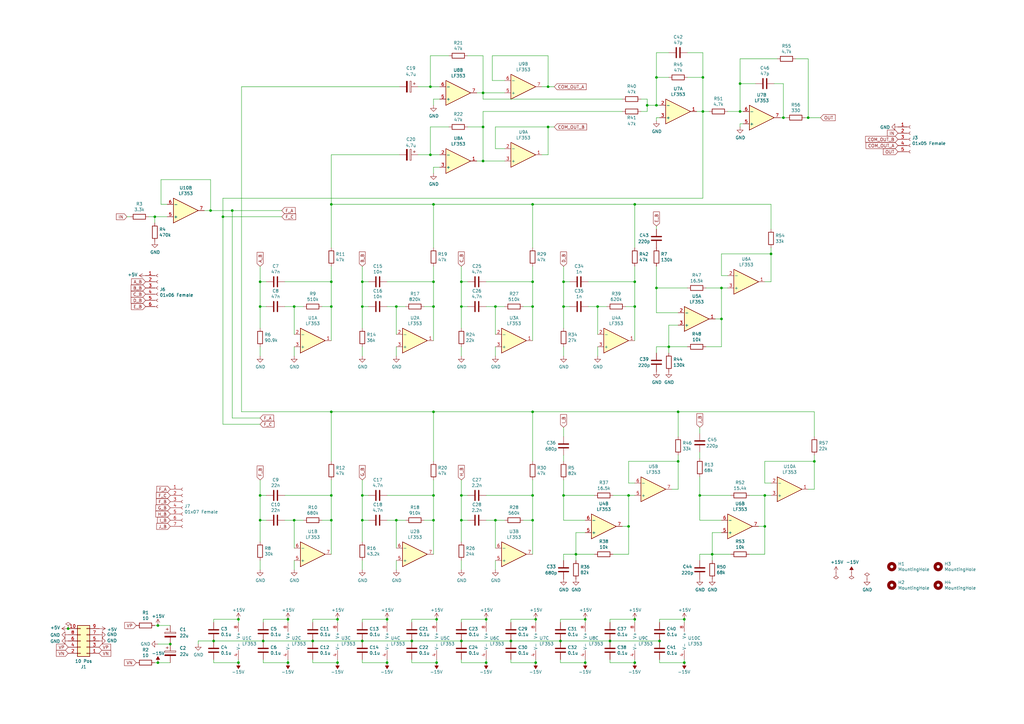
<source format=kicad_sch>
(kicad_sch (version 20230121) (generator eeschema)
  (paper "A3")
  (title_block (title "equalizer") (date "2021-08-01") (rev "R01") (comment 1 "schema for main pcb") (comment 2 "Resonant equalizer by Serge Tcherepnin") (comment 4 "License CC BY 4.0 - Attribution 4.0 International"))
  (junction (at 177.8 168.91))
  (junction (at 218.44 203.2))
  (junction (at 331.47 48.26))
  (junction (at 106.68 125.73))
  (junction (at 269.24 118.11))
  (junction (at 280.67 254))
  (junction (at 179.07 271.78))
  (junction (at 148.59 115.57))
  (junction (at 64.77 256.54))
  (junction (at 303.53 34.29))
  (junction (at 245.11 125.73))
  (junction (at 313.69 215.9))
  (junction (at 198.12 52.07))
  (junction (at 199.39 254))
  (junction (at 334.01 189.23))
  (junction (at 313.69 203.2))
  (junction (at 148.59 203.2))
  (junction (at 87.63 262.89))
  (junction (at 260.35 83.82))
  (junction (at 288.29 31.75))
  (junction (at 288.29 45.72))
  (junction (at 265.43 43.18))
  (junction (at 189.23 115.57))
  (junction (at 148.59 125.73))
  (junction (at 135.89 213.36))
  (junction (at 189.23 262.89))
  (junction (at 138.43 254))
  (junction (at 236.22 227.33))
  (junction (at 135.89 203.2))
  (junction (at 91.44 88.9))
  (junction (at 203.2 125.73))
  (junction (at 198.12 66.04))
  (junction (at 120.65 213.36))
  (junction (at 316.23 104.14))
  (junction (at 231.14 115.57))
  (junction (at 257.81 203.2))
  (junction (at 189.23 203.2))
  (junction (at 218.44 125.73))
  (junction (at 120.65 125.73))
  (junction (at 219.71 254))
  (junction (at 292.1 227.33))
  (junction (at 162.56 125.73))
  (junction (at 135.89 125.73))
  (junction (at 260.35 271.78))
  (junction (at 107.95 262.89))
  (junction (at 148.59 213.36))
  (junction (at 274.32 142.24))
  (junction (at 269.24 43.18))
  (junction (at 168.91 262.89))
  (junction (at 106.68 203.2))
  (junction (at 189.23 213.36))
  (junction (at 231.14 203.2))
  (junction (at 295.91 118.11))
  (junction (at 199.39 271.78))
  (junction (at 177.8 203.2))
  (junction (at 224.79 52.07))
  (junction (at 295.91 130.81))
  (junction (at 176.53 63.5))
  (junction (at 270.51 262.89))
  (junction (at 148.59 262.89))
  (junction (at 64.77 271.78))
  (junction (at 280.67 271.78))
  (junction (at 260.35 115.57))
  (junction (at 118.11 271.78))
  (junction (at 218.44 168.91))
  (junction (at 177.8 115.57))
  (junction (at 257.81 215.9))
  (junction (at 135.89 83.82))
  (junction (at 128.27 262.89))
  (junction (at 63.5 88.9))
  (junction (at 229.87 262.89))
  (junction (at 287.02 203.2))
  (junction (at 162.56 213.36))
  (junction (at 218.44 83.82))
  (junction (at 177.8 83.82))
  (junction (at 209.55 262.89))
  (junction (at 219.71 271.78))
  (junction (at 158.75 254))
  (junction (at 218.44 115.57))
  (junction (at 224.79 35.56))
  (junction (at 97.79 254))
  (junction (at 189.23 125.73))
  (junction (at 203.2 213.36))
  (junction (at 69.85 264.16))
  (junction (at 138.43 271.78))
  (junction (at 135.89 168.91))
  (junction (at 218.44 213.36))
  (junction (at 135.89 115.57))
  (junction (at 269.24 31.75))
  (junction (at 278.13 168.91))
  (junction (at 176.53 35.56))
  (junction (at 118.11 254))
  (junction (at 231.14 125.73))
  (junction (at 177.8 213.36))
  (junction (at 250.19 262.89))
  (junction (at 240.03 254))
  (junction (at 260.35 254))
  (junction (at 177.8 125.73))
  (junction (at 97.79 271.78))
  (junction (at 158.75 271.78))
  (junction (at 198.12 38.1))
  (junction (at 106.68 115.57))
  (junction (at 321.31 48.26))
  (junction (at 240.03 271.78))
  (junction (at 260.35 125.73))
  (junction (at 106.68 213.36))
  (junction (at 179.07 254))
  (junction (at 278.13 189.23))
  (junction (at 27.94 257.81))
  (junction (at 95.25 86.36))
  (junction (at 303.53 45.72))
  (junction (at 86.36 86.36))
  (wire (pts (xy 203.2 146.05) (xy 203.2 142.24)))
  (wire (pts (xy 316.23 104.14) (xy 316.23 115.57)))
  (wire (pts (xy 295.91 104.14) (xy 316.23 104.14)))
  (wire (pts (xy 287.02 203.2) (xy 287.02 213.36)))
  (wire (pts (xy 224.79 52.07) (xy 224.79 63.5)))
  (wire (pts (xy 177.8 43.18) (xy 177.8 40.64)))
  (wire (pts (xy 270.51 271.78) (xy 280.67 271.78)))
  (wire (pts (xy 135.89 168.91) (xy 135.89 189.23)))
  (wire (pts (xy 298.45 45.72) (xy 303.53 45.72)))
  (wire (pts (xy 189.23 203.2) (xy 189.23 213.36)))
  (wire (pts (xy 135.89 196.85) (xy 135.89 203.2)))
  (wire (pts (xy 224.79 22.86) (xy 224.79 35.56)))
  (wire (pts (xy 260.35 125.73) (xy 260.35 139.7)))
  (wire (pts (xy 265.43 43.18) (xy 265.43 45.72)))
  (wire (pts (xy 168.91 271.78) (xy 179.07 271.78)))
  (wire (pts (xy 321.31 48.26) (xy 320.04 48.26)))
  (wire (pts (xy 106.68 115.57) (xy 106.68 125.73)))
  (wire (pts (xy 177.8 40.64) (xy 180.34 40.64)))
  (wire (pts (xy 219.71 254) (xy 219.71 255.27)))
  (wire (pts (xy 148.59 125.73) (xy 148.59 134.62)))
  (wire (pts (xy 106.68 203.2) (xy 106.68 213.36)))
  (wire (pts (xy 231.14 125.73) (xy 231.14 134.62)))
  (wire (pts (xy 177.8 203.2) (xy 177.8 213.36)))
  (wire (pts (xy 278.13 200.66) (xy 275.59 200.66)))
  (wire (pts (xy 250.19 271.78) (xy 260.35 271.78)))
  (wire (pts (xy 189.23 271.78) (xy 189.23 270.51)))
  (wire (pts (xy 177.8 101.6) (xy 177.8 83.82)))
  (wire (pts (xy 106.68 229.87) (xy 106.68 233.68)))
  (wire (pts (xy 293.37 130.81) (xy 295.91 130.81)))
  (wire (pts (xy 120.65 146.05) (xy 120.65 142.24)))
  (wire (pts (xy 209.55 254) (xy 219.71 254)))
  (wire (pts (xy 64.77 271.78) (xy 69.85 271.78)))
  (wire (pts (xy 177.8 125.73) (xy 177.8 139.7)))
  (wire (pts (xy 240.03 254) (xy 240.03 255.27)))
  (wire (pts (xy 331.47 48.26) (xy 336.55 48.26)))
  (wire (pts (xy 107.95 254) (xy 118.11 254)))
  (wire (pts (xy 231.14 203.2) (xy 231.14 213.36)))
  (wire (pts (xy 120.65 233.68) (xy 120.65 229.87)))
  (wire (pts (xy 124.46 125.73) (xy 120.65 125.73)))
  (wire (pts (xy 313.69 227.33) (xy 313.69 215.9)))
  (wire (pts (xy 66.04 83.82) (xy 66.04 73.66)))
  (wire (pts (xy 91.44 81.28) (xy 91.44 88.9)))
  (wire (pts (xy 97.79 254) (xy 97.79 255.27)))
  (wire (pts (xy 248.92 125.73) (xy 245.11 125.73)))
  (wire (pts (xy 198.12 66.04) (xy 195.58 66.04)))
  (wire (pts (xy 135.89 168.91) (xy 177.8 168.91)))
  (wire (pts (xy 162.56 224.79) (xy 162.56 213.36)))
  (wire (pts (xy 233.68 115.57) (xy 231.14 115.57)))
  (wire (pts (xy 331.47 48.26) (xy 331.47 24.13)))
  (wire (pts (xy 255.27 45.72) (xy 198.12 45.72)))
  (wire (pts (xy 203.2 213.36) (xy 199.39 213.36)))
  (wire (pts (xy 106.68 171.45) (xy 95.25 171.45)))
  (wire (pts (xy 317.5 34.29) (xy 321.31 34.29)))
  (wire (pts (xy 176.53 35.56) (xy 176.53 22.86)))
  (wire (pts (xy 189.23 254) (xy 189.23 255.27)))
  (wire (pts (xy 316.23 115.57) (xy 313.69 115.57)))
  (wire (pts (xy 231.14 196.85) (xy 231.14 203.2)))
  (wire (pts (xy 203.2 137.16) (xy 203.2 125.73)))
  (wire (pts (xy 288.29 81.28) (xy 288.29 45.72)))
  (wire (pts (xy 214.63 125.73) (xy 218.44 125.73)))
  (wire (pts (xy 106.68 125.73) (xy 106.68 134.62)))
  (wire (pts (xy 81.28 264.16) (xy 81.28 262.89)))
  (wire (pts (xy 203.2 224.79) (xy 203.2 213.36)))
  (wire (pts (xy 86.36 86.36) (xy 95.25 86.36)))
  (wire (pts (xy 128.27 254) (xy 138.43 254)))
  (wire (pts (xy 218.44 168.91) (xy 278.13 168.91)))
  (wire (pts (xy 295.91 118.11) (xy 298.45 118.11)))
  (wire (pts (xy 240.03 218.44) (xy 236.22 218.44)))
  (wire (pts (xy 148.59 115.57) (xy 148.59 125.73)))
  (wire (pts (xy 148.59 109.22) (xy 148.59 115.57)))
  (wire (pts (xy 209.55 271.78) (xy 219.71 271.78)))
  (wire (pts (xy 135.89 63.5) (xy 163.83 63.5)))
  (wire (pts (xy 269.24 92.71) (xy 269.24 93.98)))
  (wire (pts (xy 218.44 115.57) (xy 218.44 125.73)))
  (wire (pts (xy 116.84 115.57) (xy 135.89 115.57)))
  (wire (pts (xy 209.55 271.78) (xy 209.55 270.51)))
  (wire (pts (xy 176.53 22.86) (xy 184.15 22.86)))
  (wire (pts (xy 278.13 189.23) (xy 278.13 186.69)))
  (wire (pts (xy 177.8 109.22) (xy 177.8 115.57)))
  (wire (pts (xy 241.3 115.57) (xy 260.35 115.57)))
  (wire (pts (xy 180.34 63.5) (xy 176.53 63.5)))
  (wire (pts (xy 81.28 262.89) (xy 87.63 262.89)))
  (wire (pts (xy 255.27 40.64) (xy 198.12 40.64)))
  (wire (pts (xy 269.24 31.75) (xy 269.24 43.18)))
  (wire (pts (xy 257.81 203.2) (xy 251.46 203.2)))
  (wire (pts (xy 250.19 262.89) (xy 270.51 262.89)))
  (wire (pts (xy 270.51 48.26) (xy 269.24 48.26)))
  (wire (pts (xy 158.75 115.57) (xy 177.8 115.57)))
  (wire (pts (xy 260.35 271.78) (xy 260.35 270.51)))
  (wire (pts (xy 269.24 118.11) (xy 269.24 128.27)))
  (wire (pts (xy 107.95 254) (xy 107.95 255.27)))
  (wire (pts (xy 191.77 22.86) (xy 198.12 22.86)))
  (wire (pts (xy 162.56 213.36) (xy 158.75 213.36)))
  (wire (pts (xy 334.01 189.23) (xy 334.01 200.66)))
  (wire (pts (xy 87.63 262.89) (xy 107.95 262.89)))
  (wire (pts (xy 148.59 262.89) (xy 168.91 262.89)))
  (wire (pts (xy 87.63 271.78) (xy 97.79 271.78)))
  (wire (pts (xy 177.8 196.85) (xy 177.8 203.2)))
  (wire (pts (xy 288.29 45.72) (xy 285.75 45.72)))
  (wire (pts (xy 189.23 254) (xy 199.39 254)))
  (wire (pts (xy 128.27 271.78) (xy 128.27 270.51)))
  (wire (pts (xy 218.44 203.2) (xy 218.44 213.36)))
  (wire (pts (xy 281.94 118.11) (xy 269.24 118.11)))
  (wire (pts (xy 257.81 189.23) (xy 278.13 189.23)))
  (wire (pts (xy 303.53 45.72) (xy 304.8 45.72)))
  (wire (pts (xy 288.29 21.59) (xy 288.29 31.75)))
  (wire (pts (xy 334.01 189.23) (xy 334.01 186.69)))
  (wire (pts (xy 316.23 83.82) (xy 260.35 83.82)))
  (wire (pts (xy 109.22 213.36) (xy 106.68 213.36)))
  (wire (pts (xy 168.91 254) (xy 179.07 254)))
  (wire (pts (xy 203.2 233.68) (xy 203.2 229.87)))
  (wire (pts (xy 179.07 271.78) (xy 179.07 270.51)))
  (wire (pts (xy 316.23 104.14) (xy 316.23 101.6)))
  (wire (pts (xy 128.27 262.89) (xy 148.59 262.89)))
  (wire (pts (xy 307.34 227.33) (xy 313.69 227.33)))
  (wire (pts (xy 257.81 203.2) (xy 260.35 203.2)))
  (wire (pts (xy 218.44 196.85) (xy 218.44 203.2)))
  (wire (pts (xy 120.65 213.36) (xy 116.84 213.36)))
  (wire (pts (xy 180.34 68.58) (xy 177.8 68.58)))
  (wire (pts (xy 63.5 91.44) (xy 63.5 88.9)))
  (wire (pts (xy 148.59 254) (xy 148.59 255.27)))
  (wire (pts (xy 69.85 264.16) (xy 64.77 264.16)))
  (wire (pts (xy 218.44 125.73) (xy 218.44 139.7)))
  (wire (pts (xy 229.87 271.78) (xy 240.03 271.78)))
  (wire (pts (xy 287.02 185.42) (xy 287.02 187.96)))
  (wire (pts (xy 148.59 142.24) (xy 148.59 146.05)))
  (wire (pts (xy 287.02 195.58) (xy 287.02 203.2)))
  (wire (pts (xy 177.8 168.91) (xy 218.44 168.91)))
  (wire (pts (xy 231.14 227.33) (xy 231.14 229.87)))
  (wire (pts (xy 303.53 34.29) (xy 303.53 45.72)))
  (wire (pts (xy 292.1 227.33) (xy 292.1 229.87)))
  (wire (pts (xy 168.91 271.78) (xy 168.91 270.51)))
  (wire (pts (xy 151.13 203.2) (xy 148.59 203.2)))
  (wire (pts (xy 274.32 133.35) (xy 274.32 142.24)))
  (wire (pts (xy 135.89 109.22) (xy 135.89 115.57)))
  (wire (pts (xy 198.12 38.1) (xy 195.58 38.1)))
  (wire (pts (xy 68.58 83.82) (xy 66.04 83.82)))
  (wire (pts (xy 207.01 125.73) (xy 203.2 125.73)))
  (wire (pts (xy 135.89 203.2) (xy 135.89 213.36)))
  (wire (pts (xy 115.57 88.9) (xy 91.44 88.9)))
  (wire (pts (xy 270.51 254) (xy 280.67 254)))
  (wire (pts (xy 106.68 109.22) (xy 106.68 115.57)))
  (wire (pts (xy 162.56 125.73) (xy 158.75 125.73)))
  (wire (pts (xy 86.36 86.36) (xy 83.82 86.36)))
  (wire (pts (xy 135.89 115.57) (xy 135.89 125.73)))
  (wire (pts (xy 269.24 48.26) (xy 269.24 49.53)))
  (wire (pts (xy 207.01 33.02) (xy 201.93 33.02)))
  (wire (pts (xy 189.23 229.87) (xy 189.23 233.68)))
  (wire (pts (xy 203.2 125.73) (xy 199.39 125.73)))
  (wire (pts (xy 198.12 45.72) (xy 198.12 52.07)))
  (wire (pts (xy 269.24 109.22) (xy 269.24 118.11)))
  (wire (pts (xy 288.29 31.75) (xy 281.94 31.75)))
  (wire (pts (xy 106.68 196.85) (xy 106.68 203.2)))
  (wire (pts (xy 260.35 254) (xy 260.35 255.27)))
  (wire (pts (xy 250.19 254) (xy 250.19 255.27)))
  (wire (pts (xy 303.53 24.13) (xy 303.53 34.29)))
  (wire (pts (xy 229.87 254) (xy 240.03 254)))
  (wire (pts (xy 158.75 254) (xy 158.75 255.27)))
  (wire (pts (xy 132.08 213.36) (xy 135.89 213.36)))
  (wire (pts (xy 168.91 254) (xy 168.91 255.27)))
  (wire (pts (xy 180.34 35.56) (xy 176.53 35.56)))
  (wire (pts (xy 191.77 203.2) (xy 189.23 203.2)))
  (wire (pts (xy 303.53 50.8) (xy 304.8 50.8)))
  (wire (pts (xy 224.79 63.5) (xy 222.25 63.5)))
  (wire (pts (xy 269.24 43.18) (xy 265.43 43.18)))
  (wire (pts (xy 91.44 88.9) (xy 91.44 173.99)))
  (wire (pts (xy 118.11 254) (xy 118.11 255.27)))
  (wire (pts (xy 218.44 189.23) (xy 218.44 168.91)))
  (wire (pts (xy 313.69 215.9) (xy 313.69 203.2)))
  (wire (pts (xy 292.1 218.44) (xy 292.1 227.33)))
  (wire (pts (xy 245.11 137.16) (xy 245.11 125.73)))
  (wire (pts (xy 176.53 63.5) (xy 176.53 52.07)))
  (wire (pts (xy 265.43 40.64) (xy 265.43 43.18)))
  (wire (pts (xy 287.02 213.36) (xy 295.91 213.36)))
  (wire (pts (xy 313.69 203.2) (xy 307.34 203.2)))
  (wire (pts (xy 173.99 213.36) (xy 177.8 213.36)))
  (wire (pts (xy 207.01 38.1) (xy 198.12 38.1)))
  (wire (pts (xy 109.22 203.2) (xy 106.68 203.2)))
  (wire (pts (xy 231.14 142.24) (xy 231.14 146.05)))
  (wire (pts (xy 203.2 60.96) (xy 203.2 52.07)))
  (wire (pts (xy 255.27 215.9) (xy 257.81 215.9)))
  (wire (pts (xy 86.36 73.66) (xy 86.36 86.36)))
  (wire (pts (xy 331.47 24.13) (xy 326.39 24.13)))
  (wire (pts (xy 52.07 88.9) (xy 53.34 88.9)))
  (wire (pts (xy 236.22 218.44) (xy 236.22 227.33)))
  (wire (pts (xy 191.77 115.57) (xy 189.23 115.57)))
  (wire (pts (xy 209.55 254) (xy 209.55 255.27)))
  (wire (pts (xy 148.59 271.78) (xy 148.59 270.51)))
  (wire (pts (xy 265.43 45.72) (xy 262.89 45.72)))
  (wire (pts (xy 227.33 52.07) (xy 224.79 52.07)))
  (wire (pts (xy 97.79 271.78) (xy 97.79 270.51)))
  (wire (pts (xy 260.35 115.57) (xy 260.35 125.73)))
  (wire (pts (xy 199.39 203.2) (xy 218.44 203.2)))
  (wire (pts (xy 287.02 227.33) (xy 287.02 229.87)))
  (wire (pts (xy 60.96 88.9) (xy 63.5 88.9)))
  (wire (pts (xy 106.68 142.24) (xy 106.68 146.05)))
  (wire (pts (xy 148.59 203.2) (xy 148.59 213.36)))
  (wire (pts (xy 229.87 254) (xy 229.87 255.27)))
  (wire (pts (xy 295.91 130.81) (xy 295.91 118.11)))
  (wire (pts (xy 189.23 196.85) (xy 189.23 203.2)))
  (wire (pts (xy 189.23 115.57) (xy 189.23 125.73)))
  (wire (pts (xy 128.27 254) (xy 128.27 255.27)))
  (wire (pts (xy 257.81 227.33) (xy 257.81 215.9)))
  (wire (pts (xy 158.75 203.2) (xy 177.8 203.2)))
  (wire (pts (xy 158.75 271.78) (xy 158.75 270.51)))
  (wire (pts (xy 87.63 254) (xy 97.79 254)))
  (wire (pts (xy 334.01 200.66) (xy 331.47 200.66)))
  (wire (pts (xy 229.87 271.78) (xy 229.87 270.51)))
  (wire (pts (xy 257.81 215.9) (xy 257.81 203.2)))
  (wire (pts (xy 303.53 52.07) (xy 303.53 50.8)))
  (wire (pts (xy 334.01 179.07) (xy 334.01 168.91)))
  (wire (pts (xy 260.35 101.6) (xy 260.35 83.82)))
  (wire (pts (xy 288.29 45.72) (xy 290.83 45.72)))
  (wire (pts (xy 270.51 43.18) (xy 269.24 43.18)))
  (wire (pts (xy 106.68 173.99) (xy 91.44 173.99)))
  (wire (pts (xy 243.84 227.33) (xy 236.22 227.33)))
  (wire (pts (xy 135.89 168.91) (xy 99.06 168.91)))
  (wire (pts (xy 87.63 271.78) (xy 87.63 270.51)))
  (wire (pts (xy 209.55 262.89) (xy 229.87 262.89)))
  (wire (pts (xy 189.23 262.89) (xy 209.55 262.89)))
  (wire (pts (xy 148.59 196.85) (xy 148.59 203.2)))
  (wire (pts (xy 173.99 125.73) (xy 177.8 125.73)))
  (wire (pts (xy 295.91 142.24) (xy 295.91 130.81)))
  (wire (pts (xy 179.07 254) (xy 179.07 255.27)))
  (wire (pts (xy 201.93 33.02) (xy 201.93 22.86)))
  (wire (pts (xy 236.22 227.33) (xy 236.22 229.87)))
  (wire (pts (xy 240.03 271.78) (xy 240.03 270.51)))
  (wire (pts (xy 151.13 213.36) (xy 148.59 213.36)))
  (wire (pts (xy 63.5 88.9) (xy 68.58 88.9)))
  (wire (pts (xy 281.94 21.59) (xy 288.29 21.59)))
  (wire (pts (xy 218.44 213.36) (xy 218.44 227.33)))
  (wire (pts (xy 120.65 137.16) (xy 120.65 125.73)))
  (wire (pts (xy 218.44 83.82) (xy 177.8 83.82)))
  (wire (pts (xy 203.2 52.07) (xy 224.79 52.07)))
  (wire (pts (xy 189.23 271.78) (xy 199.39 271.78)))
  (wire (pts (xy 313.69 203.2) (xy 316.23 203.2)))
  (wire (pts (xy 191.77 52.07) (xy 198.12 52.07)))
  (wire (pts (xy 278.13 189.23) (xy 278.13 200.66)))
  (wire (pts (xy 66.04 73.66) (xy 86.36 73.66)))
  (wire (pts (xy 107.95 271.78) (xy 118.11 271.78)))
  (wire (pts (xy 270.51 254) (xy 270.51 255.27)))
  (wire (pts (xy 109.22 115.57) (xy 106.68 115.57)))
  (wire (pts (xy 99.06 168.91) (xy 99.06 35.56)))
  (wire (pts (xy 299.72 203.2) (xy 287.02 203.2)))
  (wire (pts (xy 177.8 189.23) (xy 177.8 168.91)))
  (wire (pts (xy 269.24 142.24) (xy 269.24 144.78)))
  (wire (pts (xy 177.8 83.82) (xy 135.89 83.82)))
  (wire (pts (xy 151.13 115.57) (xy 148.59 115.57)))
  (wire (pts (xy 316.23 93.98) (xy 316.23 83.82)))
  (wire (pts (xy 64.77 256.54) (xy 69.85 256.54)))
  (wire (pts (xy 321.31 48.26) (xy 322.58 48.26)))
  (wire (pts (xy 189.23 109.22) (xy 189.23 115.57)))
  (wire (pts (xy 316.23 198.12) (xy 313.69 198.12)))
  (wire (pts (xy 260.35 198.12) (xy 257.81 198.12)))
  (wire (pts (xy 231.14 115.57) (xy 231.14 125.73)))
  (wire (pts (xy 250.19 254) (xy 260.35 254)))
  (wire (pts (xy 274.32 142.24) (xy 269.24 142.24)))
  (wire (pts (xy 148.59 213.36) (xy 148.59 222.25)))
  (wire (pts (xy 311.15 215.9) (xy 313.69 215.9)))
  (wire (pts (xy 138.43 254) (xy 138.43 255.27)))
  (wire (pts (xy 295.91 113.03) (xy 295.91 104.14)))
  (wire (pts (xy 135.89 125.73) (xy 135.89 139.7)))
  (wire (pts (xy 128.27 271.78) (xy 138.43 271.78)))
  (wire (pts (xy 162.56 233.68) (xy 162.56 229.87)))
  (wire (pts (xy 166.37 213.36) (xy 162.56 213.36)))
  (wire (pts (xy 292.1 227.33) (xy 287.02 227.33)))
  (wire (pts (xy 198.12 40.64) (xy 198.12 38.1)))
  (wire (pts (xy 330.2 48.26) (xy 331.47 48.26)))
  (wire (pts (xy 287.02 175.26) (xy 287.02 177.8)))
  (wire (pts (xy 177.8 213.36) (xy 177.8 227.33)))
  (wire (pts (xy 148.59 229.87) (xy 148.59 233.68)))
  (wire (pts (xy 177.8 115.57) (xy 177.8 125.73)))
  (wire (pts (xy 199.39 115.57) (xy 218.44 115.57)))
  (wire (pts (xy 269.24 128.27) (xy 278.13 128.27)))
  (wire (pts (xy 189.23 125.73) (xy 189.23 134.62)))
  (wire (pts (xy 63.5 271.78) (xy 64.77 271.78)))
  (wire (pts (xy 166.37 125.73) (xy 162.56 125.73)))
  (wire (pts (xy 198.12 52.07) (xy 198.12 66.04)))
  (wire (pts (xy 199.39 254) (xy 199.39 255.27)))
  (wire (pts (xy 168.91 262.89) (xy 189.23 262.89)))
  (wire (pts (xy 162.56 137.16) (xy 162.56 125.73)))
  (wire (pts (xy 269.24 21.59) (xy 269.24 31.75)))
  (wire (pts (xy 278.13 168.91) (xy 334.01 168.91)))
  (wire (pts (xy 251.46 227.33) (xy 257.81 227.33)))
  (wire (pts (xy 298.45 113.03) (xy 295.91 113.03)))
  (wire (pts (xy 218.44 101.6) (xy 218.44 83.82)))
  (wire (pts (xy 245.11 146.05) (xy 245.11 142.24)))
  (wire (pts (xy 274.32 31.75) (xy 269.24 31.75)))
  (wire (pts (xy 132.08 125.73) (xy 135.89 125.73)))
  (wire (pts (xy 278.13 179.07) (xy 278.13 168.91)))
  (wire (pts (xy 135.89 213.36) (xy 135.89 227.33)))
  (wire (pts (xy 135.89 83.82) (xy 135.89 101.6)))
  (wire (pts (xy 257.81 198.12) (xy 257.81 189.23)))
  (wire (pts (xy 207.01 60.96) (xy 203.2 60.96)))
  (wire (pts (xy 199.39 271.78) (xy 199.39 270.51)))
  (wire (pts (xy 313.69 189.23) (xy 334.01 189.23)))
  (wire (pts (xy 274.32 21.59) (xy 269.24 21.59)))
  (wire (pts (xy 321.31 34.29) (xy 321.31 48.26)))
  (wire (pts (xy 227.33 35.56) (xy 224.79 35.56)))
  (wire (pts (xy 162.56 146.05) (xy 162.56 142.24)))
  (wire (pts (xy 138.43 271.78) (xy 138.43 270.51)))
  (wire (pts (xy 313.69 198.12) (xy 313.69 189.23)))
  (wire (pts (xy 63.5 256.54) (xy 64.77 256.54)))
  (wire (pts (xy 191.77 213.36) (xy 189.23 213.36)))
  (wire (pts (xy 95.25 86.36) (xy 115.57 86.36)))
  (wire (pts (xy 207.01 213.36) (xy 203.2 213.36)))
  (wire (pts (xy 274.32 142.24) (xy 274.32 144.78)))
  (wire (pts (xy 280.67 254) (xy 280.67 255.27)))
  (wire (pts (xy 95.25 86.36) (xy 95.25 171.45)))
  (wire (pts (xy 236.22 227.33) (xy 231.14 227.33)))
  (wire (pts (xy 87.63 254) (xy 87.63 255.27)))
  (wire (pts (xy 318.77 24.13) (xy 303.53 24.13)))
  (wire (pts (xy 189.23 213.36) (xy 189.23 222.25)))
  (wire (pts (xy 250.19 271.78) (xy 250.19 270.51)))
  (wire (pts (xy 270.51 271.78) (xy 270.51 270.51)))
  (wire (pts (xy 280.67 271.78) (xy 280.67 270.51)))
  (wire (pts (xy 243.84 203.2) (xy 231.14 203.2)))
  (wire (pts (xy 99.06 35.56) (xy 163.83 35.56)))
  (wire (pts (xy 231.14 109.22) (xy 231.14 115.57)))
  (wire (pts (xy 148.59 271.78) (xy 158.75 271.78)))
  (wire (pts (xy 260.35 109.22) (xy 260.35 115.57)))
  (wire (pts (xy 214.63 213.36) (xy 218.44 213.36)))
  (wire (pts (xy 303.53 34.29) (xy 309.88 34.29)))
  (wire (pts (xy 177.8 71.12) (xy 177.8 68.58)))
  (wire (pts (xy 171.45 35.56) (xy 176.53 35.56)))
  (wire (pts (xy 109.22 125.73) (xy 106.68 125.73)))
  (wire (pts (xy 218.44 109.22) (xy 218.44 115.57)))
  (wire (pts (xy 281.94 142.24) (xy 274.32 142.24)))
  (wire (pts (xy 201.93 22.86) (xy 224.79 22.86)))
  (wire (pts (xy 120.65 224.79) (xy 120.65 213.36)))
  (wire (pts (xy 245.11 125.73) (xy 241.3 125.73)))
  (wire (pts (xy 107.95 271.78) (xy 107.95 270.51)))
  (wire (pts (xy 231.14 186.69) (xy 231.14 189.23)))
  (wire (pts (xy 233.68 125.73) (xy 231.14 125.73)))
  (wire (pts (xy 289.56 142.24) (xy 295.91 142.24)))
  (wire (pts (xy 231.14 175.26) (xy 231.14 179.07)))
  (wire (pts (xy 229.87 262.89) (xy 250.19 262.89)))
  (wire (pts (xy 198.12 66.04) (xy 207.01 66.04)))
  (wire (pts (xy 116.84 203.2) (xy 135.89 203.2)))
  (wire (pts (xy 299.72 227.33) (xy 292.1 227.33)))
  (wire (pts (xy 189.23 142.24) (xy 189.23 146.05)))
  (wire (pts (xy 124.46 213.36) (xy 120.65 213.36)))
  (wire (pts (xy 256.54 125.73) (xy 260.35 125.73)))
  (wire (pts (xy 295.91 218.44) (xy 292.1 218.44)))
  (wire (pts (xy 120.65 125.73) (xy 116.84 125.73)))
  (wire (pts (xy 260.35 83.82) (xy 218.44 83.82)))
  (wire (pts (xy 224.79 35.56) (xy 222.25 35.56)))
  (wire (pts (xy 198.12 22.86) (xy 198.12 38.1)))
  (wire (pts (xy 191.77 125.73) (xy 189.23 125.73)))
  (wire (pts (xy 118.11 271.78) (xy 118.11 270.51)))
  (wire (pts (xy 171.45 63.5) (xy 176.53 63.5)))
  (wire (pts (xy 288.29 31.75) (xy 288.29 45.72)))
  (wire (pts (xy 262.89 40.64) (xy 265.43 40.64)))
  (wire (pts (xy 231.14 213.36) (xy 240.03 213.36)))
  (wire (pts (xy 278.13 133.35) (xy 274.32 133.35)))
  (wire (pts (xy 219.71 271.78) (xy 219.71 270.51)))
  (wire (pts (xy 176.53 52.07) (xy 184.15 52.07)))
  (wire (pts (xy 107.95 262.89) (xy 128.27 262.89)))
  (wire (pts (xy 135.89 63.5) (xy 135.89 83.82)))
  (wire (pts (xy 91.44 81.28) (xy 288.29 81.28)))
  (wire (pts (xy 295.91 118.11) (xy 289.56 118.11)))
  (wire (pts (xy 106.68 213.36) (xy 106.68 222.25)))
  (wire (pts (xy 148.59 254) (xy 158.75 254)))
  (wire (pts (xy 151.13 125.73) (xy 148.59 125.73)))
  (global_label "F_A" (shape input) (at 106.68 171.45 0) (property "Intersheetrefs" "${INTERSHEET_REFS}" (effects hide)))
  (global_label "A_B" (shape input) (at 59.69 115.57 180) (property "Intersheetrefs" "${INTERSHEET_REFS}" (effects hide)))
  (global_label "F_B" (shape input) (at 106.68 196.85 90) (property "Intersheetrefs" "${INTERSHEET_REFS}" (effects hide)))
  (global_label "VN" (shape input) (at 27.94 267.97 180) (property "Intersheetrefs" "${INTERSHEET_REFS}" (effects hide)))
  (global_label "E_B" (shape input) (at 59.69 125.73 180) (property "Intersheetrefs" "${INTERSHEET_REFS}" (effects hide)))
  (global_label "VN" (shape input) (at 40.64 267.97 0) (property "Intersheetrefs" "${INTERSHEET_REFS}" (effects hide)))
  (global_label "I_B" (shape input) (at 231.14 175.26 90) (property "Intersheetrefs" "${INTERSHEET_REFS}" (effects hide)))
  (global_label "I_B" (shape input) (at 69.85 213.36 180) (property "Intersheetrefs" "${INTERSHEET_REFS}" (effects hide)))
  (global_label "VP" (shape input) (at 27.94 265.43 180) (property "Intersheetrefs" "${INTERSHEET_REFS}" (effects hide)))
  (global_label "A_B" (shape input) (at 106.68 109.22 90) (property "Intersheetrefs" "${INTERSHEET_REFS}" (effects hide)))
  (global_label "OUT" (shape input) (at 368.3 62.23 180) (property "Intersheetrefs" "${INTERSHEET_REFS}" (effects hide)))
  (global_label "D_B" (shape input) (at 59.69 123.19 180) (property "Intersheetrefs" "${INTERSHEET_REFS}" (effects hide)))
  (global_label "J_B" (shape input) (at 69.85 215.9 180) (property "Intersheetrefs" "${INTERSHEET_REFS}" (effects hide)))
  (global_label "COM_OUT_A" (shape input) (at 227.33 35.56 0) (property "Intersheetrefs" "${INTERSHEET_REFS}" (effects hide)))
  (global_label "G_B" (shape input) (at 69.85 208.28 180) (property "Intersheetrefs" "${INTERSHEET_REFS}" (effects hide)))
  (global_label "F_A" (shape input) (at 115.57 86.36 0) (property "Intersheetrefs" "${INTERSHEET_REFS}" (effects hide)))
  (global_label "E_B" (shape input) (at 269.24 92.71 90) (property "Intersheetrefs" "${INTERSHEET_REFS}" (effects hide)))
  (global_label "B_B" (shape input) (at 148.59 109.22 90) (property "Intersheetrefs" "${INTERSHEET_REFS}" (effects hide)))
  (global_label "G_B" (shape input) (at 148.59 196.85 90) (property "Intersheetrefs" "${INTERSHEET_REFS}" (effects hide)))
  (global_label "F_C" (shape input) (at 69.85 203.2 180) (property "Intersheetrefs" "${INTERSHEET_REFS}" (effects hide)))
  (global_label "OUT" (shape input) (at 336.55 48.26 0) (property "Intersheetrefs" "${INTERSHEET_REFS}" (effects hide)))
  (global_label "VN" (shape input) (at 55.88 271.78 180) (property "Intersheetrefs" "${INTERSHEET_REFS}" (effects hide)))
  (global_label "F_C" (shape input) (at 106.68 173.99 0) (property "Intersheetrefs" "${INTERSHEET_REFS}" (effects hide)))
  (global_label "IN" (shape input) (at 368.3 54.61 180) (property "Intersheetrefs" "${INTERSHEET_REFS}" (effects hide)))
  (global_label "F_A" (shape input) (at 69.85 200.66 180) (property "Intersheetrefs" "${INTERSHEET_REFS}" (effects hide)))
  (global_label "C_B" (shape input) (at 189.23 109.22 90) (property "Intersheetrefs" "${INTERSHEET_REFS}" (effects hide)))
  (global_label "F_B" (shape input) (at 69.85 205.74 180) (property "Intersheetrefs" "${INTERSHEET_REFS}" (effects hide)))
  (global_label "COM_OUT_A" (shape input) (at 368.3 59.69 180) (property "Intersheetrefs" "${INTERSHEET_REFS}" (effects hide)))
  (global_label "H_B" (shape input) (at 69.85 210.82 180) (property "Intersheetrefs" "${INTERSHEET_REFS}" (effects hide)))
  (global_label "COM_OUT_B" (shape input) (at 368.3 57.15 180) (property "Intersheetrefs" "${INTERSHEET_REFS}" (effects hide)))
  (global_label "F_C" (shape input) (at 115.57 88.9 0) (property "Intersheetrefs" "${INTERSHEET_REFS}" (effects hide)))
  (global_label "D_B" (shape input) (at 231.14 109.22 90) (property "Intersheetrefs" "${INTERSHEET_REFS}" (effects hide)))
  (global_label "VP" (shape input) (at 55.88 256.54 180) (property "Intersheetrefs" "${INTERSHEET_REFS}" (effects hide)))
  (global_label "C_B" (shape input) (at 59.69 120.65 180) (property "Intersheetrefs" "${INTERSHEET_REFS}" (effects hide)))
  (global_label "H_B" (shape input) (at 189.23 196.85 90) (property "Intersheetrefs" "${INTERSHEET_REFS}" (effects hide)))
  (global_label "VP" (shape input) (at 40.64 265.43 0) (property "Intersheetrefs" "${INTERSHEET_REFS}" (effects hide)))
  (global_label "COM_OUT_B" (shape input) (at 227.33 52.07 0) (property "Intersheetrefs" "${INTERSHEET_REFS}" (effects hide)))
  (global_label "B_B" (shape input) (at 59.69 118.11 180) (property "Intersheetrefs" "${INTERSHEET_REFS}" (effects hide)))
  (global_label "J_B" (shape input) (at 287.02 175.26 90) (property "Intersheetrefs" "${INTERSHEET_REFS}" (effects hide)))
  (global_label "IN" (shape input) (at 52.07 88.9 180) (property "Intersheetrefs" "${INTERSHEET_REFS}" (effects hide)))
  (symbol (lib_id "power:GND") (at 64.77 264.16 270) (unit 1)
    (property "Reference" "#PWR08" (effects hide))
    (property "Value" "GND" (at 59.69 264.16 90))
  )
  (symbol (lib_id "power:GND") (at 27.94 262.89 270) (unit 1)
    (property "Reference" "#PWR03" (effects hide))
    (property "Value" "GND" (at 24.6888 263.017 90) (effects (justify right)))
  )
  (symbol (lib_id "power:GND") (at 27.94 260.35 270) (unit 1)
    (property "Reference" "#PWR02" (effects hide))
    (property "Value" "GND" (at 24.6888 260.477 90) (effects (justify right)))
  )
  (symbol (lib_id "power:PWR_FLAG") (at 349.25 234.95 180) (unit 1)
    (property "Reference" "#FLG03" (effects hide))
    (property "Value" "PWR_FLAG" (effects hide))
  )
  (symbol (lib_id "power:PWR_FLAG") (at 355.6 237.49 0) (unit 1)
    (property "Reference" "#FLG04" (effects hide))
    (property "Value" "PWR_FLAG" (effects hide))
  )
  (symbol (lib_id "power:+15V") (at 342.9 234.95 0) (unit 1)
    (property "Reference" "#PWR010" (effects hide))
    (property "Value" "+15V" (at 343.281 230.5558 0))
  )
  (symbol (lib_id "Device:R") (at 59.69 256.54 270) (unit 1)
    (property "Reference" "R1" (at 59.69 251.2822 90))
    (property "Value" "10" (at 59.69 253.5936 90))
    (property "Footprint" "Resistor_THT:R_Axial_DIN0204_L3.6mm_D1.6mm_P5.08mm_Horizontal" (effects hide))
    (property "Description" "Metal Film Resistors - Through Hole (L=3.6 mm, D=1.6 mm, 1%)" (effects hide))
  )
  (symbol (lib_id "power:+15V") (at 64.77 256.54 0) (unit 1)
    (property "Reference" "#PWR07" (effects hide))
    (property "Value" "+15V" (at 62.23 252.73 0) (effects (justify left)))
  )
  (symbol (lib_id "power:-15V") (at 64.77 271.78 0) (unit 1)
    (property "Reference" "#PWR09" (effects hide))
    (property "Value" "-15V" (at 62.23 267.97 0) (effects (justify left)))
  )
  (symbol (lib_id "power:GND") (at 40.64 262.89 90) (unit 1)
    (property "Reference" "#PWR06" (effects hide))
    (property "Value" "GND" (at 43.8912 262.763 90) (effects (justify right)))
  )
  (symbol (lib_id "Device:R") (at 59.69 271.78 270) (unit 1)
    (property "Reference" "R2" (at 59.69 266.5222 90))
    (property "Value" "10" (at 59.69 268.8336 90))
    (property "Footprint" "Resistor_THT:R_Axial_DIN0204_L3.6mm_D1.6mm_P5.08mm_Horizontal" (effects hide))
    (property "Description" "Metal Film Resistors - Through Hole (L=3.6 mm, D=1.6 mm, 1%)" (effects hide))
  )
  (symbol (lib_id "Connector_Generic:Conn_02x05_Odd_Even") (at 35.56 262.89 180) (unit 1)
    (property "Reference" "J1" (at 34.29 273.4818 0))
    (property "Value" "10 Pos" (at 34.29 271.1704 0))
    (property "Footprint" "Connector_IDC:IDC-Header_2x05_P2.54mm_Vertical" (effects hide))
    (property "Description" "Pin Header IDC (2.54mm)" (effects hide))
  )
  (symbol (lib_id "power:GND") (at 40.64 260.35 90) (unit 1)
    (property "Reference" "#PWR05" (effects hide))
    (property "Value" "GND" (at 43.8912 260.223 90) (effects (justify right)))
  )
  (symbol (lib_id "power:+5V") (at 40.64 257.81 270) (unit 1)
    (property "Reference" "#PWR04" (effects hide))
    (property "Value" "+5V" (at 43.8912 258.191 90) (effects (justify left)))
  )
  (symbol (lib_id "power:+5V") (at 27.94 257.81 90) (unit 1)
    (property "Reference" "#PWR01" (effects hide))
    (property "Value" "+5V" (at 24.6888 257.429 90) (effects (justify left)))
  )
  (symbol (lib_id "power:PWR_FLAG") (at 27.94 257.81 0) (unit 1)
    (property "Reference" "#FLG01" (effects hide))
    (property "Value" "PWR_FLAG" (effects hide))
  )
  (symbol (lib_id "Mechanical:MountingHole") (at 365.76 240.03 0) (unit 1)
    (property "Reference" "H2" (at 368.3 238.8616 0) (effects (justify left)))
    (property "Value" "MountingHole" (at 368.3 241.173 0) (effects (justify left)))
    (property "Footprint" "MountingHole:MountingHole_2.2mm_M2" (effects hide))
  )
  (symbol (lib_id "Mechanical:MountingHole") (at 384.81 232.41 0) (unit 1)
    (property "Reference" "H3" (at 387.35 231.2416 0) (effects (justify left)))
    (property "Value" "MountingHole" (at 387.35 233.553 0) (effects (justify left)))
    (property "Footprint" "MountingHole:MountingHole_2.2mm_M2" (effects hide))
  )
  (symbol (lib_id "Mechanical:MountingHole") (at 384.81 240.03 0) (unit 1)
    (property "Reference" "H4" (at 387.35 238.8616 0) (effects (justify left)))
    (property "Value" "MountingHole" (at 387.35 241.173 0) (effects (justify left)))
    (property "Footprint" "MountingHole:MountingHole_2.2mm_M2" (effects hide))
  )
  (symbol (lib_id "Device:R") (at 128.27 213.36 270) (unit 1)
    (property "Reference" "R10" (at 128.27 208.1022 90))
    (property "Value" "680k" (at 128.27 210.4136 90))
    (property "Footprint" "Resistor_THT:R_Axial_DIN0204_L3.6mm_D1.6mm_P2.54mm_Vertical" (effects hide))
    (property "Description" "Metal Film Resistors - Through Hole (L=3.6 mm, D=1.6 mm, 1%)" (effects hide))
  )
  (symbol (lib_id "Device:C") (at 113.03 213.36 270) (unit 1)
    (property "Reference" "C10" (at 113.03 206.9592 90))
    (property "Value" "22n" (at 113.03 209.2706 90))
    (property "Footprint" "Capacitor_THT:C_Rect_L7.2mm_W3.0mm_P5.00mm_FKS2_FKP2_MKS2_MKP2" (effects hide))
    (property "Description" "Film Capacitors Polypropylene (L=7.2 mm W=3  mm, P=5 mm )" (effects hide))
  )
  (symbol (lib_id "Device:C") (at 113.03 203.2 270) (unit 1)
    (property "Reference" "C9" (at 113.03 196.7992 90))
    (property "Value" "22n" (at 113.03 199.1106 90))
    (property "Footprint" "Capacitor_THT:C_Rect_L7.2mm_W3.0mm_P5.00mm_FKS2_FKP2_MKS2_MKP2" (effects hide))
    (property "Description" "Film Capacitors Polypropylene (L=7.2 mm W=3  mm, P=5 mm )" (effects hide))
  )
  (symbol (lib_id "Device:R") (at 106.68 226.06 180) (unit 1)
    (property "Reference" "R8" (at 108.458 224.8916 0) (effects (justify right)))
    (property "Value" "30k" (at 108.458 227.203 0) (effects (justify right)))
    (property "Footprint" "Resistor_THT:R_Axial_DIN0204_L3.6mm_D1.6mm_P5.08mm_Horizontal" (effects hide))
    (property "Description" "Metal Film Resistors - Through Hole (L=3.6 mm, D=1.6 mm, 1%)" (effects hide))
  )
  (symbol (lib_id "power:GND") (at 120.65 233.68 0) (unit 1)
    (property "Reference" "#PWR023" (effects hide))
    (property "Value" "GND" (at 120.777 238.0742 0))
  )
  (symbol (lib_id "power:GND") (at 106.68 233.68 0) (unit 1)
    (property "Reference" "#PWR019" (effects hide))
    (property "Value" "GND" (at 106.807 238.0742 0))
  )
  (symbol (lib_id "Device:R") (at 135.89 193.04 180) (unit 1)
    (property "Reference" "R12" (at 137.668 191.8716 0) (effects (justify right)))
    (property "Value" "47k" (at 137.668 194.183 0) (effects (justify right)))
    (property "Footprint" "Resistor_THT:R_Axial_DIN0204_L3.6mm_D1.6mm_P5.08mm_Horizontal" (effects hide))
    (property "Description" "Metal Film Resistors - Through Hole (L=3.6 mm, D=1.6 mm, 1%)" (effects hide))
  )
  (symbol (lib_id "Device:R") (at 170.18 213.36 270) (unit 1)
    (property "Reference" "R18" (at 170.18 208.1022 90))
    (property "Value" "910k" (at 170.18 210.4136 90))
    (property "Footprint" "Resistor_THT:R_Axial_DIN0204_L3.6mm_D1.6mm_P2.54mm_Vertical" (effects hide))
    (property "Description" "Metal Film Resistors - Through Hole (L=3.6 mm, D=1.6 mm, 1%)" (effects hide))
  )
  (symbol (lib_id "Device:C") (at 154.94 213.36 270) (unit 1)
    (property "Reference" "C18" (at 154.94 206.9592 90))
    (property "Value" "4.7n" (at 154.94 209.2706 90))
    (property "Footprint" "Capacitor_THT:C_Rect_L7.2mm_W4.5mm_P5.00mm_FKS2_FKP2_MKS2_MKP2" (effects hide))
    (property "Description" "Film Capacitors Polypropylene (L=7.2 mm W=4.5 mm, P=5 mm )" (effects hide))
  )
  (symbol (lib_id "Device:C") (at 154.94 203.2 270) (unit 1)
    (property "Reference" "C17" (at 154.94 196.7992 90))
    (property "Value" "4.7n" (at 154.94 199.1106 90))
    (property "Footprint" "Capacitor_THT:C_Rect_L7.2mm_W4.5mm_P5.00mm_FKS2_FKP2_MKS2_MKP2" (effects hide))
    (property "Description" "Film Capacitors Polypropylene (L=7.2 mm W=4.5 mm, P=5 mm )" (effects hide))
  )
  (symbol (lib_id "Device:R") (at 148.59 226.06 180) (unit 1)
    (property "Reference" "R16" (at 150.368 224.8916 0) (effects (justify right)))
    (property "Value" "43.2k" (at 150.368 227.203 0) (effects (justify right)))
    (property "Footprint" "Resistor_THT:R_Axial_DIN0204_L3.6mm_D1.6mm_P5.08mm_Horizontal" (effects hide))
    (property "Description" "Metal Film Resistors - Through Hole (L=3.6 mm, D=1.6 mm, 1%)" (effects hide))
  )
  (symbol (lib_id "power:GND") (at 162.56 233.68 0) (unit 1)
    (property "Reference" "#PWR031" (effects hide))
    (property "Value" "GND" (at 162.687 238.0742 0))
  )
  (symbol (lib_id "power:GND") (at 148.59 233.68 0) (unit 1)
    (property "Reference" "#PWR027" (effects hide))
    (property "Value" "GND" (at 148.717 238.0742 0))
  )
  (symbol (lib_id "Device:R") (at 177.8 193.04 180) (unit 1)
    (property "Reference" "R20" (at 179.578 191.8716 0) (effects (justify right)))
    (property "Value" "47k" (at 179.578 194.183 0) (effects (justify right)))
    (property "Footprint" "Resistor_THT:R_Axial_DIN0204_L3.6mm_D1.6mm_P5.08mm_Horizontal" (effects hide))
    (property "Description" "Metal Film Resistors - Through Hole (L=3.6 mm, D=1.6 mm, 1%)" (effects hide))
  )
  (symbol (lib_id "Device:R") (at 210.82 213.36 270) (unit 1)
    (property "Reference" "R28" (at 210.82 208.1022 90))
    (property "Value" "560k" (at 210.82 210.4136 90))
    (property "Footprint" "Resistor_THT:R_Axial_DIN0204_L3.6mm_D1.6mm_P2.54mm_Vertical" (effects hide))
    (property "Description" "Metal Film Resistors - Through Hole (L=3.6 mm, D=1.6 mm, 1%)" (effects hide))
  )
  (symbol (lib_id "Device:C") (at 195.58 213.36 270) (unit 1)
    (property "Reference" "C28" (at 195.58 206.9592 90))
    (property "Value" "2.2n" (at 195.58 209.2706 90))
    (property "Footprint" "Capacitor_THT:C_Rect_L7.2mm_W4.5mm_P5.00mm_FKS2_FKP2_MKS2_MKP2" (effects hide))
    (property "Description" "Film Capacitors Polypropylene (L=7.2 mm W=4.5 mm, P=5 mm )" (effects hide))
  )
  (symbol (lib_id "Device:C") (at 195.58 203.2 270) (unit 1)
    (property "Reference" "C27" (at 195.58 196.7992 90))
    (property "Value" "2.2n" (at 195.58 199.1106 90))
    (property "Footprint" "Capacitor_THT:C_Rect_L7.2mm_W4.5mm_P5.00mm_FKS2_FKP2_MKS2_MKP2" (effects hide))
    (property "Description" "Film Capacitors Polypropylene (L=7.2 mm W=4.5 mm, P=5 mm )" (effects hide))
  )
  (symbol (lib_id "Device:R") (at 189.23 226.06 180) (unit 1)
    (property "Reference" "R26" (at 191.008 224.8916 0) (effects (justify right)))
    (property "Value" "24k" (at 191.008 227.203 0) (effects (justify right)))
    (property "Footprint" "Resistor_THT:R_Axial_DIN0204_L3.6mm_D1.6mm_P5.08mm_Horizontal" (effects hide))
    (property "Description" "Metal Film Resistors - Through Hole (L=3.6 mm, D=1.6 mm, 1%)" (effects hide))
  )
  (symbol (lib_id "power:GND") (at 203.2 233.68 0) (unit 1)
    (property "Reference" "#PWR041" (effects hide))
    (property "Value" "GND" (at 203.327 238.0742 0))
  )
  (symbol (lib_id "power:GND") (at 189.23 233.68 0) (unit 1)
    (property "Reference" "#PWR037" (effects hide))
    (property "Value" "GND" (at 189.357 238.0742 0))
  )
  (symbol (lib_id "Device:R") (at 218.44 193.04 180) (unit 1)
    (property "Reference" "R30" (at 220.218 191.8716 0) (effects (justify right)))
    (property "Value" "47k" (at 220.218 194.183 0) (effects (justify right)))
    (property "Footprint" "Resistor_THT:R_Axial_DIN0204_L3.6mm_D1.6mm_P5.08mm_Horizontal" (effects hide))
    (property "Description" "Metal Film Resistors - Through Hole (L=3.6 mm, D=1.6 mm, 1%)" (effects hide))
  )
  (symbol (lib_id "Device:R") (at 128.27 125.73 270) (unit 1)
    (property "Reference" "R9" (at 128.27 120.4722 90))
    (property "Value" "510k" (at 128.27 122.7836 90))
    (property "Footprint" "Resistor_THT:R_Axial_DIN0204_L3.6mm_D1.6mm_P2.54mm_Vertical" (effects hide))
    (property "Description" "Metal Film Resistors - Through Hole (L=3.6 mm, D=1.6 mm, 1%)" (effects hide))
  )
  (symbol (lib_id "Device:C") (at 113.03 125.73 270) (unit 1)
    (property "Reference" "C8" (at 113.03 119.3292 90))
    (property "Value" "47n" (at 113.03 121.6406 90))
    (property "Footprint" "Capacitor_THT:C_Rect_L7.2mm_W3.5mm_P5.00mm_FKS2_FKP2_MKS2_MKP2" (effects hide))
    (property "Description" "Film Capacitors Polypropylene (L=7.2 mm W=3.5  mm, P=5 mm )" (effects hide))
  )
  (symbol (lib_id "Device:C") (at 113.03 115.57 270) (unit 1)
    (property "Reference" "C7" (at 113.03 109.1692 90))
    (property "Value" "47n" (at 113.03 111.4806 90))
    (property "Footprint" "Capacitor_THT:C_Rect_L7.2mm_W3.5mm_P5.00mm_FKS2_FKP2_MKS2_MKP2" (effects hide))
    (property "Description" "Film Capacitors Polypropylene (L=7.2 mm W=3.5  mm, P=5 mm )" (effects hide))
  )
  (symbol (lib_id "Device:R") (at 106.68 138.43 180) (unit 1)
    (property "Reference" "R6" (at 108.458 137.2616 0) (effects (justify right)))
    (property "Value" "90.9k" (at 108.458 139.573 0) (effects (justify right)))
    (property "Footprint" "Resistor_THT:R_Axial_DIN0204_L3.6mm_D1.6mm_P5.08mm_Horizontal" (effects hide))
    (property "Description" "Metal Film Resistors - Through Hole (L=3.6 mm, D=1.6 mm, 1%)" (effects hide))
  )
  (symbol (lib_id "power:GND") (at 120.65 146.05 0) (unit 1)
    (property "Reference" "#PWR022" (effects hide))
    (property "Value" "GND" (at 120.777 150.4442 0))
  )
  (symbol (lib_id "power:GND") (at 106.68 146.05 0) (unit 1)
    (property "Reference" "#PWR018" (effects hide))
    (property "Value" "GND" (at 106.807 150.4442 0))
  )
  (symbol (lib_id "Device:R") (at 135.89 105.41 180) (unit 1)
    (property "Reference" "R11" (at 137.668 104.2416 0) (effects (justify right)))
    (property "Value" "47k" (at 137.668 106.553 0) (effects (justify right)))
    (property "Footprint" "Resistor_THT:R_Axial_DIN0204_L3.6mm_D1.6mm_P5.08mm_Horizontal" (effects hide))
    (property "Description" "Metal Film Resistors - Through Hole (L=3.6 mm, D=1.6 mm, 1%)" (effects hide))
  )
  (symbol (lib_id "Device:R") (at 170.18 125.73 270) (unit 1)
    (property "Reference" "R17" (at 170.18 120.4722 90))
    (property "Value" "820k" (at 170.18 122.7836 90))
    (property "Footprint" "Resistor_THT:R_Axial_DIN0204_L3.6mm_D1.6mm_P2.54mm_Vertical" (effects hide))
    (property "Description" "Metal Film Resistors - Through Hole (L=3.6 mm, D=1.6 mm, 1%)" (effects hide))
  )
  (symbol (lib_id "Device:C") (at 154.94 125.73 270) (unit 1)
    (property "Reference" "C16" (at 154.94 119.3292 90))
    (property "Value" "10n" (at 154.94 121.6406 90))
    (property "Footprint" "Capacitor_THT:C_Rect_L7.2mm_W3.0mm_P5.00mm_FKS2_FKP2_MKS2_MKP2" (effects hide))
    (property "Description" "Film Capacitors Polypropylene (L=7.2 mm W=3  mm, P=5 mm )" (effects hide))
  )
  (symbol (lib_id "Device:C") (at 154.94 115.57 270) (unit 1)
    (property "Reference" "C15" (at 154.94 109.1692 90))
    (property "Value" "10n" (at 154.94 111.4806 90))
    (property "Footprint" "Capacitor_THT:C_Rect_L7.2mm_W3.0mm_P5.00mm_FKS2_FKP2_MKS2_MKP2" (effects hide))
    (property "Description" "Film Capacitors Polypropylene (L=7.2 mm W=3  mm, P=5 mm )" (effects hide))
  )
  (symbol (lib_id "Device:R") (at 148.59 138.43 180) (unit 1)
    (property "Reference" "R14" (at 150.368 137.2616 0) (effects (justify right)))
    (property "Value" "36k" (at 150.368 139.573 0) (effects (justify right)))
    (property "Footprint" "Resistor_THT:R_Axial_DIN0204_L3.6mm_D1.6mm_P5.08mm_Horizontal" (effects hide))
    (property "Description" "Metal Film Resistors - Through Hole (L=3.6 mm, D=1.6 mm, 1%)" (effects hide))
  )
  (symbol (lib_id "power:GND") (at 162.56 146.05 0) (unit 1)
    (property "Reference" "#PWR030" (effects hide))
    (property "Value" "GND" (at 162.687 150.4442 0))
  )
  (symbol (lib_id "power:GND") (at 148.59 146.05 0) (unit 1)
    (property "Reference" "#PWR026" (effects hide))
    (property "Value" "GND" (at 148.717 150.4442 0))
  )
  (symbol (lib_id "Device:R") (at 177.8 105.41 180) (unit 1)
    (property "Reference" "R19" (at 179.578 104.2416 0) (effects (justify right)))
    (property "Value" "47k" (at 179.578 106.553 0) (effects (justify right)))
    (property "Footprint" "Resistor_THT:R_Axial_DIN0204_L3.6mm_D1.6mm_P5.08mm_Horizontal" (effects hide))
    (property "Description" "Metal Film Resistors - Through Hole (L=3.6 mm, D=1.6 mm, 1%)" (effects hide))
  )
  (symbol (lib_id "Device:R") (at 210.82 125.73 270) (unit 1)
    (property "Reference" "R27" (at 210.82 120.4722 90))
    (property "Value" "510k" (at 210.82 122.7836 90))
    (property "Footprint" "Resistor_THT:R_Axial_DIN0204_L3.6mm_D1.6mm_P2.54mm_Vertical" (effects hide))
    (property "Description" "Metal Film Resistors - Through Hole (L=3.6 mm, D=1.6 mm, 1%)" (effects hide))
  )
  (symbol (lib_id "Device:C") (at 195.58 125.73 270) (unit 1)
    (property "Reference" "C26" (at 195.58 119.3292 90))
    (property "Value" "4.7n" (at 195.58 121.6406 90))
    (property "Footprint" "Capacitor_THT:C_Rect_L7.2mm_W4.5mm_P5.00mm_FKS2_FKP2_MKS2_MKP2" (effects hide))
    (property "Description" "Film Capacitors Polypropylene (L=7.2 mm W=4.5 mm, P=5 mm )" (effects hide))
  )
  (symbol (lib_id "Device:C") (at 195.58 115.57 270) (unit 1)
    (property "Reference" "C25" (at 195.58 109.1692 90))
    (property "Value" "4.7n" (at 195.58 111.4806 90))
    (property "Footprint" "Capacitor_THT:C_Rect_L7.2mm_W4.5mm_P5.00mm_FKS2_FKP2_MKS2_MKP2" (effects hide))
    (property "Description" "Film Capacitors Polypropylene (L=7.2 mm W=4.5 mm, P=5 mm )" (effects hide))
  )
  (symbol (lib_id "Device:R") (at 189.23 138.43 180) (unit 1)
    (property "Reference" "R24" (at 191.008 137.2616 0) (effects (justify right)))
    (property "Value" "22k" (at 191.008 139.573 0) (effects (justify right)))
    (property "Footprint" "Resistor_THT:R_Axial_DIN0204_L3.6mm_D1.6mm_P5.08mm_Horizontal" (effects hide))
    (property "Description" "Metal Film Resistors - Through Hole (L=3.6 mm, D=1.6 mm, 1%)" (effects hide))
  )
  (symbol (lib_id "power:GND") (at 203.2 146.05 0) (unit 1)
    (property "Reference" "#PWR040" (effects hide))
    (property "Value" "GND" (at 203.327 150.4442 0))
  )
  (symbol (lib_id "power:GND") (at 189.23 146.05 0) (unit 1)
    (property "Reference" "#PWR036" (effects hide))
    (property "Value" "GND" (at 189.357 150.4442 0))
  )
  (symbol (lib_id "Device:R") (at 218.44 105.41 180) (unit 1)
    (property "Reference" "R29" (at 220.218 104.2416 0) (effects (justify right)))
    (property "Value" "47k" (at 220.218 106.553 0) (effects (justify right)))
    (property "Footprint" "Resistor_THT:R_Axial_DIN0204_L3.6mm_D1.6mm_P5.08mm_Horizontal" (effects hide))
    (property "Description" "Metal Film Resistors - Through Hole (L=3.6 mm, D=1.6 mm, 1%)" (effects hide))
  )
  (symbol (lib_id "Device:R") (at 252.73 125.73 270) (unit 1)
    (property "Reference" "R39" (at 252.73 120.4722 90))
    (property "Value" "620k" (at 252.73 122.7836 90))
    (property "Footprint" "Resistor_THT:R_Axial_DIN0207_L6.3mm_D2.5mm_P2.54mm_Vertical" (effects hide))
    (property "Description" "Metal Film Resistors - Through Hole (L=3.6 mm, D=1.6 mm, 1%)" (effects hide))
  )
  (symbol (lib_id "Device:C") (at 237.49 125.73 270) (unit 1)
    (property "Reference" "C35" (at 237.49 119.3292 90))
    (property "Value" "1n" (at 237.49 121.6406 90))
    (property "Footprint" "Capacitor_THT:C_Rect_L7.2mm_W4.5mm_P5.00mm_FKS2_FKP2_MKS2_MKP2" (effects hide))
    (property "Description" "Film Capacitors Polypropylene (L=7.2 mm W=4.5 mm, P=5 mm )" (effects hide))
  )
  (symbol (lib_id "Device:C") (at 237.49 115.57 270) (unit 1)
    (property "Reference" "C34" (at 237.49 109.1692 90))
    (property "Value" "1n" (at 237.49 111.4806 90))
    (property "Footprint" "Capacitor_THT:C_Rect_L7.2mm_W4.5mm_P5.00mm_FKS2_FKP2_MKS2_MKP2" (effects hide))
    (property "Description" "Film Capacitors Polypropylene (L=7.2 mm W=4.5 mm, P=5 mm )" (effects hide))
  )
  (symbol (lib_id "Device:R") (at 231.14 138.43 180) (unit 1)
    (property "Reference" "R34" (at 232.918 137.2616 0) (effects (justify right)))
    (property "Value" "27k" (at 232.918 139.573 0) (effects (justify right)))
    (property "Footprint" "Resistor_THT:R_Axial_DIN0204_L3.6mm_D1.6mm_P5.08mm_Horizontal" (effects hide))
    (property "Description" "Metal Film Resistors - Through Hole (L=3.6 mm, D=1.6 mm, 1%)" (effects hide))
  )
  (symbol (lib_id "power:GND") (at 245.11 146.05 0) (unit 1)
    (property "Reference" "#PWR049" (effects hide))
    (property "Value" "GND" (at 245.237 150.4442 0))
  )
  (symbol (lib_id "power:GND") (at 231.14 146.05 0) (unit 1)
    (property "Reference" "#PWR044" (effects hide))
    (property "Value" "GND" (at 231.267 150.4442 0))
  )
  (symbol (lib_id "Device:R") (at 260.35 105.41 180) (unit 1)
    (property "Reference" "R42" (at 262.128 104.2416 0) (effects (justify right)))
    (property "Value" "47k" (at 262.128 106.553 0) (effects (justify right)))
    (property "Footprint" "Resistor_THT:R_Axial_DIN0204_L3.6mm_D1.6mm_P5.08mm_Horizontal" (effects hide))
    (property "Description" "Metal Film Resistors - Through Hole (L=3.6 mm, D=1.6 mm, 1%)" (effects hide))
  )
  (symbol (lib_id "Device:R") (at 274.32 148.59 180) (unit 1)
    (property "Reference" "R44" (at 276.098 147.4216 0) (effects (justify right)))
    (property "Value" "130k" (at 276.098 149.733 0) (effects (justify right)))
    (property "Footprint" "Resistor_THT:R_Axial_DIN0204_L3.6mm_D1.6mm_P5.08mm_Horizontal" (effects hide))
    (property "Description" "Metal Film Resistors - Through Hole (L=3.6 mm, D=1.6 mm, 1%)" (effects hide))
  )
  (symbol (lib_id "Device:C") (at 269.24 148.59 180) (unit 1)
    (property "Reference" "C39" (at 264.16 147.32 0))
    (property "Value" "220p" (at 264.16 149.86 0))
    (property "Footprint" "Capacitor_THT:C_Rect_L7.2mm_W4.5mm_P5.00mm_FKS2_FKP2_MKS2_MKP2" (effects hide))
    (property "Description" "Film Capacitors Polypropylene (L=7.2 mm W=4.5 mm, P=5 mm )" (effects hide))
  )
  (symbol (lib_id "power:GND") (at 269.24 152.4 0) (unit 1)
    (property "Reference" "#PWR053" (effects hide))
    (property "Value" "GND" (at 269.367 156.7942 0))
  )
  (symbol (lib_id "power:GND") (at 274.32 152.4 0) (unit 1)
    (property "Reference" "#PWR054" (effects hide))
    (property "Value" "GND" (at 274.447 156.7942 0))
  )
  (symbol (lib_id "Device:R") (at 285.75 142.24 270) (unit 1)
    (property "Reference" "R48" (at 285.75 136.9822 90))
    (property "Value" "10k" (at 285.75 139.2936 90))
    (property "Footprint" "Resistor_THT:R_Axial_DIN0204_L3.6mm_D1.6mm_P5.08mm_Horizontal" (effects hide))
    (property "Description" "Metal Film Resistors - Through Hole (L=3.6 mm, D=1.6 mm, 1%)" (effects hide))
  )
  (symbol (lib_id "Device:R") (at 285.75 118.11 270) (unit 1)
    (property "Reference" "R47" (at 285.75 112.8522 90))
    (property "Value" "16.5k" (at 285.75 115.1636 90))
    (property "Footprint" "Resistor_THT:R_Axial_DIN0204_L3.6mm_D1.6mm_P5.08mm_Horizontal" (effects hide))
    (property "Description" "Metal Film Resistors - Through Hole (L=3.6 mm, D=1.6 mm, 1%)" (effects hide))
  )
  (symbol (lib_id "Connector:Conn_01x07_Socket") (at 74.93 208.28 0) (unit 1)
    (property "Reference" "J7" (at 75.6412 207.6196 0) (effects (justify left)))
    (property "Value" "01x07 Female" (at 75.6412 209.931 0) (effects (justify left)))
    (property "Footprint" "Connector_PinSocket_2.54mm:PinSocket_1x07_P2.54mm_Vertical" (effects hide))
    (property "Description" "Board to Board Connectors (2.54 mm)" (effects hide))
  )
  (symbol (lib_id "Device:R") (at 316.23 97.79 180) (unit 1)
    (property "Reference" "R54" (at 318.008 96.6216 0) (effects (justify right)))
    (property "Value" "33k" (at 318.008 98.933 0) (effects (justify right)))
    (property "Footprint" "Resistor_THT:R_Axial_DIN0204_L3.6mm_D1.6mm_P5.08mm_Horizontal" (effects hide))
    (property "Description" "Metal Film Resistors - Through Hole (L=3.6 mm, D=1.6 mm, 1%)" (effects hide))
  )
  (symbol (lib_id "Connector:Conn_01x05_Socket") (at 373.38 57.15 0) (unit 1)
    (property "Reference" "J3" (at 374.0912 56.4896 0) (effects (justify left)))
    (property "Value" "01x05 Female" (at 374.0912 58.801 0) (effects (justify left)))
    (property "Footprint" "Connector_PinSocket_2.54mm:PinSocket_1x05_P2.54mm_Vertical" (effects hide))
    (property "Description" "Board to Board Connectors (2.54 mm)" (effects hide))
  )
  (symbol (lib_id "power:GND") (at 368.3 52.07 270) (unit 1)
    (property "Reference" "#PWR0101" (effects hide))
    (property "Value" "GND" (at 365.0488 52.197 90) (effects (justify right)))
  )
  (symbol (lib_id "power:PWR_FLAG") (at 342.9 234.95 180) (unit 1)
    (property "Reference" "#FLG02" (effects hide))
    (property "Value" "PWR_FLAG" (effects hide))
  )
  (symbol (lib_id "power:-15V") (at 349.25 234.95 0) (unit 1)
    (property "Reference" "#PWR011" (effects hide))
    (property "Value" "-15V" (at 349.631 230.5558 0))
  )
  (symbol (lib_id "power:GND") (at 355.6 237.49 0) (unit 1)
    (property "Reference" "#PWR012" (effects hide))
    (property "Value" "GND" (at 355.727 241.8842 0))
  )
  (symbol (lib_id "Mechanical:MountingHole") (at 365.76 232.41 0) (unit 1)
    (property "Reference" "H1" (at 368.3 231.2416 0) (effects (justify left)))
    (property "Value" "MountingHole" (at 368.3 233.553 0) (effects (justify left)))
    (property "Footprint" "MountingHole:MountingHole_2.2mm_M2" (effects hide))
  )
  (symbol (lib_id "Connector:Conn_01x06_Socket") (at 64.77 118.11 0) (unit 1)
    (property "Reference" "J6" (at 65.4812 118.7196 0) (effects (justify left)))
    (property "Value" "01x06 Female" (at 65.4812 121.031 0) (effects (justify left)))
    (property "Footprint" "Connector_PinSocket_2.54mm:PinSocket_1x06_P2.54mm_Vertical" (effects hide))
    (property "Description" "Board to Board Connectors (2.54 mm)" (effects hide))
  )
  (symbol (lib_id "power:+5V") (at 59.69 113.03 90) (unit 1)
    (property "Reference" "#PWR0103" (effects hide))
    (property "Value" "+5V" (at 56.4388 112.649 90) (effects (justify left)))
  )
  (symbol (lib_id "Device:R") (at 231.14 193.04 180) (unit 1)
    (property "Reference" "R5" (at 232.918 191.8716 0) (effects (justify right)))
    (property "Value" "82k" (at 232.918 194.183 0) (effects (justify right)))
    (property "Footprint" "Resistor_THT:R_Axial_DIN0204_L3.6mm_D1.6mm_P5.08mm_Horizontal" (effects hide))
    (property "Description" "Metal Film Resistors - Through Hole (L=3.6 mm, D=1.6 mm, 1%)" (effects hide))
  )
  (symbol (lib_id "Device:C") (at 231.14 182.88 180) (unit 1)
    (property "Reference" "C36" (at 226.06 181.61 0))
    (property "Value" "680p" (at 226.06 184.15 0))
    (property "Footprint" "Capacitor_THT:C_Rect_L7.0mm_W4.5mm_P5.00mm" (effects hide))
    (property "Description" "Film Capacitors Polypropylene (L=7.2 mm W=4.5 mm, P=5 mm )" (effects hide))
  )
  (symbol (lib_id "Device:R") (at 287.02 191.77 180) (unit 1)
    (property "Reference" "R13" (at 288.798 190.6016 0) (effects (justify right)))
    (property "Value" "68k" (at 288.798 192.913 0) (effects (justify right)))
    (property "Footprint" "Resistor_THT:R_Axial_DIN0204_L3.6mm_D1.6mm_P5.08mm_Horizontal" (effects hide))
    (property "Description" "Metal Film Resistors - Through Hole (L=3.6 mm, D=1.6 mm, 1%)" (effects hide))
  )
  (symbol (lib_id "Device:C") (at 287.02 181.61 180) (unit 1)
    (property "Reference" "C45" (at 292.1 180.34 0))
    (property "Value" "220p" (at 292.1 182.88 0))
    (property "Footprint" "Capacitor_THT:C_Rect_L7.2mm_W4.5mm_P5.00mm_FKS2_FKP2_MKS2_MKP2" (effects hide))
    (property "Description" "Film Capacitors Polypropylene (L=7.2 mm W=4.5 mm, P=5 mm )" (effects hide))
  )
  (symbol (lib_id "Device:R") (at 269.24 105.41 180) (unit 1)
    (property "Reference" "R7" (at 271.018 104.2416 0) (effects (justify right)))
    (property "Value" "130k" (at 271.018 106.553 0) (effects (justify right)))
    (property "Footprint" "Resistor_THT:R_Axial_DIN0204_L3.6mm_D1.6mm_P5.08mm_Horizontal" (effects hide))
    (property "Description" "Metal Film Resistors - Through Hole (L=3.6 mm, D=1.6 mm, 1%)" (effects hide))
  )
  (symbol (lib_id "Device:C") (at 269.24 97.79 180) (unit 1)
    (property "Reference" "C43" (at 264.16 96.52 0))
    (property "Value" "220p" (at 264.16 99.06 0))
    (property "Footprint" "Capacitor_THT:C_Rect_L7.2mm_W4.5mm_P5.00mm_FKS2_FKP2_MKS2_MKP2" (effects hide))
    (property "Description" "Film Capacitors Polypropylene (L=7.2 mm W=4.5 mm, P=5 mm )" (effects hide))
  )
  (symbol (lib_id "Device:R") (at 236.22 233.68 180) (unit 1)
    (property "Reference" "R36" (at 237.998 232.5116 0) (effects (justify right)))
    (property "Value" "82k" (at 237.998 234.823 0) (effects (justify right)))
    (property "Footprint" "Resistor_THT:R_Axial_DIN0204_L3.6mm_D1.6mm_P5.08mm_Horizontal" (effects hide))
    (property "Description" "Metal Film Resistors - Through Hole (L=3.6 mm, D=1.6 mm, 1%)" (effects hide))
  )
  (symbol (lib_id "Device:C") (at 231.14 233.68 180) (unit 1)
    (property "Reference" "C33" (at 226.06 232.41 0))
    (property "Value" "680p" (at 226.06 234.95 0))
    (property "Footprint" "Capacitor_THT:C_Rect_L7.0mm_W4.5mm_P5.00mm" (effects hide))
    (property "Description" "Film Capacitors Polypropylene (L=7.2 mm W=4.5 mm, P=5 mm )" (effects hide))
  )
  (symbol (lib_id "power:GND") (at 231.14 237.49 0) (unit 1)
    (property "Reference" "#PWR045" (effects hide))
    (property "Value" "GND" (at 231.267 241.8842 0))
  )
  (symbol (lib_id "power:GND") (at 236.22 237.49 0) (unit 1)
    (property "Reference" "#PWR046" (effects hide))
    (property "Value" "GND" (at 236.347 241.8842 0))
  )
  (symbol (lib_id "Device:R") (at 247.65 227.33 270) (unit 1)
    (property "Reference" "R38" (at 247.65 222.0722 90))
    (property "Value" "10k" (at 247.65 224.3836 90))
    (property "Footprint" "Resistor_THT:R_Axial_DIN0204_L3.6mm_D1.6mm_P5.08mm_Horizontal" (effects hide))
    (property "Description" "Metal Film Resistors - Through Hole (L=3.6 mm, D=1.6 mm, 1%)" (effects hide))
  )
  (symbol (lib_id "Device:R") (at 247.65 203.2 270) (unit 1)
    (property "Reference" "R37" (at 247.65 197.9422 90))
    (property "Value" "16.5k" (at 247.65 200.2536 90))
    (property "Footprint" "Resistor_THT:R_Axial_DIN0204_L3.6mm_D1.6mm_P5.08mm_Horizontal" (effects hide))
    (property "Description" "Metal Film Resistors - Through Hole (L=3.6 mm, D=1.6 mm, 1%)" (effects hide))
  )
  (symbol (lib_id "Device:R") (at 278.13 182.88 180) (unit 1)
    (property "Reference" "R46" (at 279.908 181.7116 0) (effects (justify right)))
    (property "Value" "33k" (at 279.908 184.023 0) (effects (justify right)))
    (property "Footprint" "Resistor_THT:R_Axial_DIN0204_L3.6mm_D1.6mm_P5.08mm_Horizontal" (effects hide))
    (property "Description" "Metal Film Resistors - Through Hole (L=3.6 mm, D=1.6 mm, 1%)" (effects hide))
  )
  (symbol (lib_id "Device:R") (at 292.1 233.68 180) (unit 1)
    (property "Reference" "R50" (at 293.878 232.5116 0) (effects (justify right)))
    (property "Value" "68k" (at 293.878 234.823 0) (effects (justify right)))
    (property "Footprint" "Resistor_THT:R_Axial_DIN0204_L3.6mm_D1.6mm_P5.08mm_Horizontal" (effects hide))
  )
  (symbol (lib_id "Device:C") (at 287.02 233.68 180) (unit 1)
    (property "Reference" "C44" (at 281.94 232.41 0))
    (property "Value" "220p" (at 281.94 234.95 0))
    (property "Footprint" "Capacitor_THT:C_Rect_L7.2mm_W4.5mm_P5.00mm_FKS2_FKP2_MKS2_MKP2" (effects hide))
    (property "Description" "Film Capacitors Polypropylene (L=7.2 mm W=4.5 mm, P=5 mm )" (effects hide))
  )
  (symbol (lib_id "power:GND") (at 287.02 237.49 0) (unit 1)
    (property "Reference" "#PWR057" (effects hide))
    (property "Value" "GND" (at 287.147 241.8842 0))
  )
  (symbol (lib_id "power:GND") (at 292.1 237.49 0) (unit 1)
    (property "Reference" "#PWR058" (effects hide))
    (property "Value" "GND" (at 292.227 241.8842 0))
  )
  (symbol (lib_id "Device:R") (at 303.53 227.33 270) (unit 1)
    (property "Reference" "R53" (at 303.53 222.0722 90))
    (property "Value" "10k" (at 303.53 224.3836 90))
    (property "Footprint" "Resistor_THT:R_Axial_DIN0204_L3.6mm_D1.6mm_P5.08mm_Horizontal" (effects hide))
    (property "Description" "Metal Film Resistors - Through Hole (L=3.6 mm, D=1.6 mm, 1%)" (effects hide))
  )
  (symbol (lib_id "Device:R") (at 303.53 203.2 270) (unit 1)
    (property "Reference" "R52" (at 303.53 197.9422 90))
    (property "Value" "15.4k" (at 303.53 200.2536 90))
    (property "Footprint" "Resistor_THT:R_Axial_DIN0204_L3.6mm_D1.6mm_P5.08mm_Horizontal" (effects hide))
    (property "Description" "Metal Film Resistors - Through Hole (L=3.6 mm, D=1.6 mm, 1%)" (effects hide))
  )
  (symbol (lib_id "Device:R") (at 334.01 182.88 180) (unit 1)
    (property "Reference" "R57" (at 335.788 181.7116 0) (effects (justify right)))
    (property "Value" "22k" (at 335.788 184.023 0) (effects (justify right)))
    (property "Footprint" "Resistor_THT:R_Axial_DIN0204_L3.6mm_D1.6mm_P5.08mm_Horizontal" (effects hide))
    (property "Description" "Metal Film Resistors - Through Hole (L=3.6 mm, D=1.6 mm, 1%)" (effects hide))
  )
  (symbol (lib_id "power:GND") (at 81.28 264.16 0) (unit 1)
    (property "Reference" "#PWR0102" (effects hide))
    (property "Value" "GND" (at 81.407 268.5542 0))
  )
  (symbol (lib_id "elektrophon:LF353") (at 128.27 139.7 0) (mirror x) (unit 1)
    (property "Reference" "U1" (at 128.27 130.3782 0))
    (property "Value" "LF353" (at 128.27 132.6896 0))
    (property "Footprint" "Package_DIP:DIP-8_W7.62mm_Socket" (effects hide))
    (property "Datasheet" "https://www.ti.com/lit/ds/symlink/lf353-n.pdf" (effects hide))
  )
  (symbol (lib_id "elektrophon:LF353") (at 128.27 227.33 0) (mirror x) (unit 2)
    (property "Reference" "U1" (at 128.27 218.0082 0))
    (property "Value" "LF353" (at 128.27 220.3196 0))
    (property "Footprint" "Package_DIP:DIP-8_W7.62mm_Socket" (effects hide))
    (property "Datasheet" "https://www.ti.com/lit/ds/symlink/lf353-n.pdf" (effects hide))
  )
  (symbol (lib_id "Device:R") (at 63.5 95.25 0) (unit 1)
    (property "Reference" "R4" (at 65.278 94.0816 0) (effects (justify left)))
    (property "Value" "470k" (at 65.278 96.393 0) (effects (justify left)))
    (property "Footprint" "Resistor_THT:R_Axial_DIN0204_L3.6mm_D1.6mm_P5.08mm_Horizontal" (effects hide))
    (property "Description" "Metal Film Resistors - Through Hole (L=3.6 mm, D=1.6 mm, 1%)" (effects hide))
  )
  (symbol (lib_id "Device:R") (at 57.15 88.9 270) (unit 1)
    (property "Reference" "R3" (at 57.15 83.6422 90))
    (property "Value" "3.3k" (at 57.15 85.9536 90))
    (property "Footprint" "Resistor_THT:R_Axial_DIN0204_L3.6mm_D1.6mm_P5.08mm_Horizontal" (effects hide))
    (property "Description" "Metal Film Resistors - Through Hole (L=3.6 mm, D=1.6 mm, 1%)" (effects hide))
  )
  (symbol (lib_id "power:GND") (at 63.5 99.06 0) (unit 1)
    (property "Reference" "#PWR015" (effects hide))
    (property "Value" "GND" (at 63.627 103.4542 0))
  )
  (symbol (lib_id "elektrophon:LF353") (at 170.18 227.33 0) (mirror x) (unit 2)
    (property "Reference" "U2" (at 170.18 218.0082 0))
    (property "Value" "LF353" (at 170.18 220.3196 0))
    (property "Footprint" "Package_DIP:DIP-8_W7.62mm_Socket" (effects hide))
    (property "Datasheet" "https://www.ti.com/lit/ds/symlink/lf353-n.pdf" (effects hide))
  )
  (symbol (lib_id "elektrophon:LF353") (at 210.82 227.33 0) (mirror x) (unit 2)
    (property "Reference" "U3" (at 210.82 218.0082 0))
    (property "Value" "LF353" (at 210.82 220.3196 0))
    (property "Footprint" "Package_DIP:DIP-8_W7.62mm_Socket" (effects hide))
    (property "Datasheet" "https://www.ti.com/lit/ds/symlink/lf353-n.pdf" (effects hide))
  )
  (symbol (lib_id "elektrophon:LF353") (at 247.65 215.9 0) (mirror x) (unit 2)
    (property "Reference" "U4" (at 247.65 206.5782 0))
    (property "Value" "LF353" (at 247.65 208.8896 0))
    (property "Footprint" "Package_DIP:DIP-8_W7.62mm_Socket" (effects hide))
    (property "Datasheet" "https://www.ti.com/lit/ds/symlink/lf353-n.pdf" (effects hide))
  )
  (symbol (lib_id "elektrophon:LF353") (at 170.18 139.7 0) (mirror x) (unit 1)
    (property "Reference" "U2" (at 170.18 130.3782 0))
    (property "Value" "LF353" (at 170.18 132.6896 0))
    (property "Footprint" "Package_DIP:DIP-8_W7.62mm_Socket" (effects hide))
    (property "Datasheet" "https://www.ti.com/lit/ds/symlink/lf353-n.pdf" (effects hide))
  )
  (symbol (lib_id "elektrophon:LF353") (at 210.82 139.7 0) (mirror x) (unit 1)
    (property "Reference" "U3" (at 210.82 130.3782 0))
    (property "Value" "LF353" (at 210.82 132.6896 0))
    (property "Footprint" "Package_DIP:DIP-8_W7.62mm_Socket" (effects hide))
    (property "Datasheet" "https://www.ti.com/lit/ds/symlink/lf353-n.pdf" (effects hide))
  )
  (symbol (lib_id "elektrophon:LF353") (at 252.73 139.7 0) (mirror x) (unit 1)
    (property "Reference" "U4" (at 252.73 130.3782 0))
    (property "Value" "LF353" (at 252.73 132.6896 0))
    (property "Footprint" "Package_DIP:DIP-8_W7.62mm_Socket" (effects hide))
    (property "Datasheet" "https://www.ti.com/lit/ds/symlink/lf353-n.pdf" (effects hide))
  )
  (symbol (lib_id "elektrophon:LF353") (at 214.63 63.5 0) (mirror x) (unit 1)
    (property "Reference" "U9" (at 214.63 54.1782 0))
    (property "Value" "LF353" (at 214.63 56.4896 0))
    (property "Footprint" "Package_DIP:DIP-8_W7.62mm_Socket" (effects hide))
    (property "Datasheet" "https://www.ti.com/lit/ds/symlink/lf353-n.pdf" (effects hide))
  )
  (symbol (lib_id "elektrophon:LF353") (at 323.85 200.66 0) (mirror x) (unit 1)
    (property "Reference" "U10" (at 323.85 191.3382 0))
    (property "Value" "LF353" (at 323.85 193.6496 0))
    (property "Footprint" "Package_DIP:DIP-8_W7.62mm_Socket" (effects hide))
    (property "Datasheet" "https://www.ti.com/lit/ds/symlink/lf353-n.pdf" (effects hide))
  )
  (symbol (lib_id "elektrophon:LF353") (at 214.63 35.56 0) (mirror x) (unit 2)
    (property "Reference" "U9" (at 214.63 26.2382 0))
    (property "Value" "LF353" (at 214.63 28.5496 0))
    (property "Footprint" "Package_DIP:DIP-8_W7.62mm_Socket" (effects hide))
    (property "Datasheet" "https://www.ti.com/lit/ds/symlink/lf353-n.pdf" (effects hide))
  )
  (symbol (lib_id "elektrophon:LF353") (at 76.2 86.36 0) (mirror x) (unit 2)
    (property "Reference" "U10" (at 76.2 77.0382 0))
    (property "Value" "LF353" (at 76.2 79.3496 0))
    (property "Footprint" "Package_DIP:DIP-8_W7.62mm_Socket" (effects hide))
    (property "Datasheet" "https://www.ti.com/lit/ds/symlink/lf353-n.pdf" (effects hide))
  )
  (symbol (lib_id "elektrophon:LF353") (at 267.97 200.66 0) (mirror x) (unit 2)
    (property "Reference" "U5" (at 267.97 191.3382 0))
    (property "Value" "LF353" (at 267.97 193.6496 0))
    (property "Footprint" "Package_DIP:DIP-8_W7.62mm_Socket" (effects hide))
    (property "Datasheet" "https://www.ti.com/lit/ds/symlink/lf353-n.pdf" (effects hide))
  )
  (symbol (lib_id "elektrophon:LF353") (at 285.75 130.81 0) (mirror x) (unit 1)
    (property "Reference" "U5" (at 285.75 121.4882 0))
    (property "Value" "LF353" (at 285.75 123.7996 0))
    (property "Footprint" "Package_DIP:DIP-8_W7.62mm_Socket" (effects hide))
    (property "Datasheet" "https://www.ti.com/lit/ds/symlink/lf353-n.pdf" (effects hide))
  )
  (symbol (lib_id "elektrophon:LF353") (at 303.53 215.9 0) (mirror x) (unit 2)
    (property "Reference" "U6" (at 303.53 206.5782 0))
    (property "Value" "LF353" (at 303.53 208.8896 0))
    (property "Footprint" "Package_DIP:DIP-8_W7.62mm_Socket" (effects hide))
    (property "Datasheet" "https://www.ti.com/lit/ds/symlink/lf353-n.pdf" (effects hide))
  )
  (symbol (lib_id "elektrophon:LF353") (at 306.07 115.57 0) (mirror x) (unit 1)
    (property "Reference" "U6" (at 306.07 106.2482 0))
    (property "Value" "LF353" (at 306.07 108.5596 0))
    (property "Footprint" "Package_DIP:DIP-8_W7.62mm_Socket" (effects hide))
    (property "Datasheet" "https://www.ti.com/lit/ds/symlink/lf353-n.pdf" (effects hide))
  )
  (symbol (lib_id "Device:R") (at 187.96 22.86 270) (unit 1)
    (property "Reference" "R21" (at 187.96 17.6022 90))
    (property "Value" "47k" (at 187.96 19.9136 90))
    (property "Footprint" "Resistor_THT:R_Axial_DIN0204_L3.6mm_D1.6mm_P5.08mm_Horizontal" (effects hide))
    (property "Description" "Metal Film Resistors - Through Hole (L=3.6 mm, D=1.6 mm, 1%)" (effects hide))
  )
  (symbol (lib_id "Device:R") (at 187.96 52.07 270) (unit 1)
    (property "Reference" "R22" (at 187.96 46.8122 90))
    (property "Value" "47k" (at 187.96 49.1236 90))
    (property "Footprint" "Resistor_THT:R_Axial_DIN0204_L3.6mm_D1.6mm_P5.08mm_Horizontal" (effects hide))
    (property "Description" "Metal Film Resistors - Through Hole (L=3.6 mm, D=1.6 mm, 1%)" (effects hide))
  )
  (symbol (lib_id "power:GND") (at 177.8 43.18 0) (unit 1)
    (property "Reference" "#PWR032" (effects hide))
    (property "Value" "GND" (at 177.927 47.5742 0))
  )
  (symbol (lib_id "power:GND") (at 177.8 71.12 0) (unit 1)
    (property "Reference" "#PWR033" (effects hide))
    (property "Value" "GND" (at 177.927 75.5142 0))
  )
  (symbol (lib_id "Device:R") (at 259.08 40.64 270) (unit 1)
    (property "Reference" "R40" (at 259.08 35.3822 90))
    (property "Value" "47k" (at 259.08 37.6936 90))
    (property "Footprint" "Resistor_THT:R_Axial_DIN0204_L3.6mm_D1.6mm_P5.08mm_Horizontal" (effects hide))
    (property "Description" "Metal Film Resistors - Through Hole (L=3.6 mm, D=1.6 mm, 1%)" (effects hide))
  )
  (symbol (lib_id "Device:R") (at 259.08 45.72 270) (unit 1)
    (property "Reference" "R41" (at 259.08 48.26 90))
    (property "Value" "47k" (at 259.08 50.8 90))
    (property "Footprint" "Resistor_THT:R_Axial_DIN0204_L3.6mm_D1.6mm_P5.08mm_Horizontal" (effects hide))
    (property "Description" "Metal Film Resistors - Through Hole (L=3.6 mm, D=1.6 mm, 1%)" (effects hide))
  )
  (symbol (lib_id "elektrophon:LF353") (at 278.13 45.72 0) (mirror x) (unit 1)
    (property "Reference" "U7" (at 278.13 36.3982 0))
    (property "Value" "LF353" (at 278.13 38.7096 0))
    (property "Footprint" "Package_DIP:DIP-8_W7.62mm_Socket" (effects hide))
    (property "Datasheet" "https://www.ti.com/lit/ds/symlink/lf353-n.pdf" (effects hide))
  )
  (symbol (lib_id "elektrophon:LF353") (at 312.42 48.26 0) (mirror x) (unit 2)
    (property "Reference" "U7" (at 312.42 38.9382 0))
    (property "Value" "LF353" (at 312.42 41.2496 0))
    (property "Footprint" "Package_DIP:DIP-8_W7.62mm_Socket" (effects hide))
    (property "Datasheet" "https://www.ti.com/lit/ds/symlink/lf353-n.pdf" (effects hide))
  )
  (symbol (lib_id "power:GND") (at 269.24 49.53 0) (unit 1)
    (property "Reference" "#PWR052" (effects hide))
    (property "Value" "GND" (at 269.367 53.9242 0))
  )
  (symbol (lib_id "Device:R") (at 278.13 31.75 270) (unit 1)
    (property "Reference" "R45" (at 278.13 26.4922 90))
    (property "Value" "47k" (at 278.13 28.8036 90))
    (property "Footprint" "Resistor_THT:R_Axial_DIN0204_L3.6mm_D1.6mm_P5.08mm_Horizontal" (effects hide))
    (property "Description" "Metal Film Resistors - Through Hole (L=3.6 mm, D=1.6 mm, 1%)" (effects hide))
  )
  (symbol (lib_id "Device:C") (at 278.13 21.59 270) (unit 1)
    (property "Reference" "C42" (at 278.13 15.1892 90))
    (property "Value" "47p" (at 278.13 17.5006 90))
    (property "Footprint" "Capacitor_THT:C_Disc_D3.8mm_W2.6mm_P2.50mm" (effects hide))
    (property "Description" "Multilayer Ceramic Capacitors MLCC C0G (NP0), L=4 mm,  W=2.5 mm, P= 2.5 mm" (effects hide))
  )
  (symbol (lib_id "power:GND") (at 303.53 52.07 0) (unit 1)
    (property "Reference" "#PWR059" (effects hide))
    (property "Value" "GND" (at 303.657 56.4642 0))
  )
  (symbol (lib_id "Device:C") (at 313.69 34.29 270) (unit 1)
    (property "Reference" "C46" (at 313.69 27.8892 90))
    (property "Value" "47p" (at 313.69 30.2006 90))
    (property "Footprint" "Capacitor_THT:C_Disc_D3.8mm_W2.6mm_P2.50mm" (effects hide))
    (property "Description" "Multilayer Ceramic Capacitors MLCC C0G (NP0), L=4 mm,  W=2.5 mm, P= 2.5 mm" (effects hide))
  )
  (symbol (lib_id "Device:R") (at 322.58 24.13 270) (unit 1)
    (property "Reference" "R55" (at 322.58 18.8722 90))
    (property "Value" "4.7k" (at 322.58 21.1836 90))
    (property "Footprint" "Resistor_THT:R_Axial_DIN0204_L3.6mm_D1.6mm_P5.08mm_Horizontal" (effects hide))
    (property "Description" "Metal Film Resistors - Through Hole (L=3.6 mm, D=1.6 mm, 1%)" (effects hide))
  )
  (symbol (lib_id "Device:R") (at 326.39 48.26 270) (unit 1)
    (property "Reference" "R56" (at 326.39 43.0022 90))
    (property "Value" "330" (at 326.39 45.3136 90))
    (property "Footprint" "Resistor_THT:R_Axial_DIN0204_L3.6mm_D1.6mm_P5.08mm_Horizontal" (effects hide))
    (property "Description" "Metal Film Resistors - Through Hole (L=3.6 mm, D=1.6 mm, 1%)" (effects hide))
  )
  (symbol (lib_id "Device:R") (at 294.64 45.72 270) (unit 1)
    (property "Reference" "R51" (at 294.64 40.4622 90))
    (property "Value" "4.7k" (at 294.64 42.7736 90))
    (property "Footprint" "Resistor_THT:R_Axial_DIN0204_L3.6mm_D1.6mm_P5.08mm_Horizontal" (effects hide))
    (property "Description" "Metal Film Resistors - Through Hole (L=3.6 mm, D=1.6 mm, 1%)" (effects hide))
  )
  (symbol (lib_id "elektrophon:LF353") (at 187.96 38.1 0) (mirror x) (unit 2)
    (property "Reference" "U8" (at 187.96 28.7782 0))
    (property "Value" "LF353" (at 187.96 31.0896 0))
    (property "Footprint" "Package_DIP:DIP-8_W7.62mm_Socket" (effects hide))
    (property "Datasheet" "https://www.ti.com/lit/ds/symlink/lf353-n.pdf" (effects hide))
  )
  (symbol (lib_id "elektrophon:LF353") (at 187.96 66.04 0) (mirror x) (unit 1)
    (property "Reference" "U8" (at 187.96 56.7182 0))
    (property "Value" "LF353" (at 187.96 59.0296 0))
    (property "Footprint" "Package_DIP:DIP-8_W7.62mm_Socket" (effects hide))
    (property "Datasheet" "https://www.ti.com/lit/ds/symlink/lf353-n.pdf" (effects hide))
  )
  (symbol (lib_id "elektrophon:LF353") (at 100.33 262.89 0) (unit 3)
    (property "Reference" "U1" (at 99.2632 261.7216 0) (effects (justify left)))
    (property "Value" "LF353" (at 99.2632 264.033 0) (effects (justify left)))
    (property "Footprint" "Package_DIP:DIP-8_W7.62mm_Socket" (effects hide))
    (property "Datasheet" "https://www.ti.com/lit/ds/symlink/lf353-n.pdf" (effects hide))
  )
  (symbol (lib_id "Device:C") (at 87.63 259.08 180) (unit 1)
    (property "Reference" "C3" (at 90.551 257.9116 0) (effects (justify right)))
    (property "Value" "0.1u" (at 90.551 260.223 0) (effects (justify right)))
    (property "Footprint" "Capacitor_THT:C_Disc_D3.8mm_W2.6mm_P2.50mm" (effects hide))
    (property "Description" "Multilayer Ceramic Capacitors MLCC (50V, L=4 mm, W=2.5 mm, LS=2.5 mm)" (effects hide))
  )
  (symbol (lib_id "Device:C") (at 87.63 266.7 180) (unit 1)
    (property "Reference" "C4" (at 90.551 265.5316 0) (effects (justify right)))
    (property "Value" "0.1u" (at 90.551 267.843 0) (effects (justify right)))
    (property "Footprint" "Capacitor_THT:C_Disc_D3.8mm_W2.6mm_P2.50mm" (effects hide))
    (property "Description" "Multilayer Ceramic Capacitors MLCC (50V, L=4 mm, W=2.5 mm, LS=2.5 mm)" (effects hide))
  )
  (symbol (lib_id "power:+15V") (at 97.79 254 0) (unit 1)
    (property "Reference" "#PWR016" (effects hide))
    (property "Value" "+15V" (at 95.25 250.19 0) (effects (justify left)))
  )
  (symbol (lib_id "power:-15V") (at 97.79 271.78 180) (unit 1)
    (property "Reference" "#PWR017" (effects hide))
    (property "Value" "-15V" (at 100.33 275.59 0) (effects (justify left)))
  )
  (symbol (lib_id "elektrophon:LF353") (at 120.65 262.89 0) (unit 3)
    (property "Reference" "U2" (at 119.5832 261.7216 0) (effects (justify left)))
    (property "Value" "LF353" (at 119.5832 264.033 0) (effects (justify left)))
    (property "Footprint" "Package_DIP:DIP-8_W7.62mm_Socket" (effects hide))
    (property "Datasheet" "https://www.ti.com/lit/ds/symlink/lf353-n.pdf" (effects hide))
  )
  (symbol (lib_id "Device:C") (at 107.95 259.08 180) (unit 1)
    (property "Reference" "C5" (at 110.871 257.9116 0) (effects (justify right)))
    (property "Value" "0.1u" (at 110.871 260.223 0) (effects (justify right)))
    (property "Footprint" "Capacitor_THT:C_Disc_D3.8mm_W2.6mm_P2.50mm" (effects hide))
    (property "Description" "Multilayer Ceramic Capacitors MLCC (50V, L=4 mm, W=2.5 mm, LS=2.5 mm)" (effects hide))
  )
  (symbol (lib_id "Device:C") (at 107.95 266.7 180) (unit 1)
    (property "Reference" "C6" (at 110.871 265.5316 0) (effects (justify right)))
    (property "Value" "0.1u" (at 110.871 267.843 0) (effects (justify right)))
    (property "Footprint" "Capacitor_THT:C_Disc_D3.8mm_W2.6mm_P2.50mm" (effects hide))
    (property "Description" "Multilayer Ceramic Capacitors MLCC (50V, L=4 mm, W=2.5 mm, LS=2.5 mm)" (effects hide))
  )
  (symbol (lib_id "power:+15V") (at 118.11 254 0) (unit 1)
    (property "Reference" "#PWR020" (effects hide))
    (property "Value" "+15V" (at 115.57 250.19 0) (effects (justify left)))
  )
  (symbol (lib_id "power:-15V") (at 118.11 271.78 180) (unit 1)
    (property "Reference" "#PWR021" (effects hide))
    (property "Value" "-15V" (at 120.65 275.59 0) (effects (justify left)))
  )
  (symbol (lib_id "elektrophon:LF353") (at 140.97 262.89 0) (unit 3)
    (property "Reference" "U3" (at 139.9032 261.7216 0) (effects (justify left)))
    (property "Value" "LF353" (at 139.9032 264.033 0) (effects (justify left)))
    (property "Footprint" "Package_DIP:DIP-8_W7.62mm_Socket" (effects hide))
    (property "Datasheet" "https://www.ti.com/lit/ds/symlink/lf353-n.pdf" (effects hide))
  )
  (symbol (lib_id "Device:C") (at 128.27 259.08 180) (unit 1)
    (property "Reference" "C11" (at 131.191 257.9116 0) (effects (justify right)))
    (property "Value" "0.1u" (at 131.191 260.223 0) (effects (justify right)))
    (property "Footprint" "Capacitor_THT:C_Disc_D3.8mm_W2.6mm_P2.50mm" (effects hide))
    (property "Description" "Multilayer Ceramic Capacitors MLCC (50V, L=4 mm, W=2.5 mm, LS=2.5 mm)" (effects hide))
  )
  (symbol (lib_id "Device:C") (at 128.27 266.7 180) (unit 1)
    (property "Reference" "C12" (at 131.191 265.5316 0) (effects (justify right)))
    (property "Value" "0.1u" (at 131.191 267.843 0) (effects (justify right)))
    (property "Footprint" "Capacitor_THT:C_Disc_D3.8mm_W2.6mm_P2.50mm" (effects hide))
    (property "Description" "Multilayer Ceramic Capacitors MLCC (50V, L=4 mm, W=2.5 mm, LS=2.5 mm)" (effects hide))
  )
  (symbol (lib_id "power:+15V") (at 138.43 254 0) (unit 1)
    (property "Reference" "#PWR024" (effects hide))
    (property "Value" "+15V" (at 135.89 250.19 0) (effects (justify left)))
  )
  (symbol (lib_id "power:-15V") (at 138.43 271.78 180) (unit 1)
    (property "Reference" "#PWR025" (effects hide))
    (property "Value" "-15V" (at 140.97 275.59 0) (effects (justify left)))
  )
  (symbol (lib_id "elektrophon:LF353") (at 161.29 262.89 0) (unit 3)
    (property "Reference" "U4" (at 160.2232 261.7216 0) (effects (justify left)))
    (property "Value" "LF353" (at 160.2232 264.033 0) (effects (justify left)))
    (property "Footprint" "Package_DIP:DIP-8_W7.62mm_Socket" (effects hide))
    (property "Datasheet" "https://www.ti.com/lit/ds/symlink/lf353-n.pdf" (effects hide))
  )
  (symbol (lib_id "Device:C") (at 148.59 259.08 180) (unit 1)
    (property "Reference" "C13" (at 151.511 257.9116 0) (effects (justify right)))
    (property "Value" "0.1u" (at 151.511 260.223 0) (effects (justify right)))
    (property "Footprint" "Capacitor_THT:C_Disc_D3.8mm_W2.6mm_P2.50mm" (effects hide))
    (property "Description" "Multilayer Ceramic Capacitors MLCC (50V, L=4 mm, W=2.5 mm, LS=2.5 mm)" (effects hide))
  )
  (symbol (lib_id "Device:C") (at 148.59 266.7 180) (unit 1)
    (property "Reference" "C14" (at 151.511 265.5316 0) (effects (justify right)))
    (property "Value" "0.1u" (at 151.511 267.843 0) (effects (justify right)))
    (property "Footprint" "Capacitor_THT:C_Disc_D3.8mm_W2.6mm_P2.50mm" (effects hide))
    (property "Description" "Multilayer Ceramic Capacitors MLCC (50V, L=4 mm, W=2.5 mm, LS=2.5 mm)" (effects hide))
  )
  (symbol (lib_id "power:+15V") (at 158.75 254 0) (unit 1)
    (property "Reference" "#PWR028" (effects hide))
    (property "Value" "+15V" (at 156.21 250.19 0) (effects (justify left)))
  )
  (symbol (lib_id "power:-15V") (at 158.75 271.78 180) (unit 1)
    (property "Reference" "#PWR029" (effects hide))
    (property "Value" "-15V" (at 161.29 275.59 0) (effects (justify left)))
  )
  (symbol (lib_id "elektrophon:LF353") (at 181.61 262.89 0) (unit 3)
    (property "Reference" "U5" (at 180.5432 261.7216 0) (effects (justify left)))
    (property "Value" "LF353" (at 180.5432 264.033 0) (effects (justify left)))
    (property "Footprint" "Package_DIP:DIP-8_W7.62mm_Socket" (effects hide))
    (property "Datasheet" "https://www.ti.com/lit/ds/symlink/lf353-n.pdf" (effects hide))
  )
  (symbol (lib_id "Device:C") (at 168.91 259.08 180) (unit 1)
    (property "Reference" "C21" (at 171.831 257.9116 0) (effects (justify right)))
    (property "Value" "0.1u" (at 171.831 260.223 0) (effects (justify right)))
    (property "Footprint" "Capacitor_THT:C_Disc_D3.8mm_W2.6mm_P2.50mm" (effects hide))
    (property "Description" "Multilayer Ceramic Capacitors MLCC (50V, L=4 mm, W=2.5 mm, LS=2.5 mm)" (effects hide))
  )
  (symbol (lib_id "Device:C") (at 168.91 266.7 180) (unit 1)
    (property "Reference" "C22" (at 171.831 265.5316 0) (effects (justify right)))
    (property "Value" "0.1u" (at 171.831 267.843 0) (effects (justify right)))
    (property "Footprint" "Capacitor_THT:C_Disc_D3.8mm_W2.6mm_P2.50mm" (effects hide))
    (property "Description" "Multilayer Ceramic Capacitors MLCC (50V, L=4 mm, W=2.5 mm, LS=2.5 mm)" (effects hide))
  )
  (symbol (lib_id "power:+15V") (at 179.07 254 0) (unit 1)
    (property "Reference" "#PWR034" (effects hide))
    (property "Value" "+15V" (at 176.53 250.19 0) (effects (justify left)))
  )
  (symbol (lib_id "power:-15V") (at 179.07 271.78 180) (unit 1)
    (property "Reference" "#PWR035" (effects hide))
    (property "Value" "-15V" (at 181.61 275.59 0) (effects (justify left)))
  )
  (symbol (lib_id "elektrophon:LF353") (at 201.93 262.89 0) (unit 3)
    (property "Reference" "U6" (at 200.8632 261.7216 0) (effects (justify left)))
    (property "Value" "LF353" (at 200.8632 264.033 0) (effects (justify left)))
    (property "Footprint" "Package_DIP:DIP-8_W7.62mm_Socket" (effects hide))
    (property "Datasheet" "https://www.ti.com/lit/ds/symlink/lf353-n.pdf" (effects hide))
  )
  (symbol (lib_id "Device:C") (at 189.23 259.08 180) (unit 1)
    (property "Reference" "C23" (at 192.151 257.9116 0) (effects (justify right)))
    (property "Value" "0.1u" (at 192.151 260.223 0) (effects (justify right)))
    (property "Footprint" "Capacitor_THT:C_Disc_D3.8mm_W2.6mm_P2.50mm" (effects hide))
    (property "Description" "Multilayer Ceramic Capacitors MLCC (50V, L=4 mm, W=2.5 mm, LS=2.5 mm)" (effects hide))
  )
  (symbol (lib_id "Device:C") (at 189.23 266.7 180) (unit 1)
    (property "Reference" "C24" (at 192.151 265.5316 0) (effects (justify right)))
    (property "Value" "0.1u" (at 192.151 267.843 0) (effects (justify right)))
    (property "Footprint" "Capacitor_THT:C_Disc_D3.8mm_W2.6mm_P2.50mm" (effects hide))
    (property "Description" "Multilayer Ceramic Capacitors MLCC (50V, L=4 mm, W=2.5 mm, LS=2.5 mm)" (effects hide))
  )
  (symbol (lib_id "power:+15V") (at 199.39 254 0) (unit 1)
    (property "Reference" "#PWR038" (effects hide))
    (property "Value" "+15V" (at 196.85 250.19 0) (effects (justify left)))
  )
  (symbol (lib_id "power:-15V") (at 199.39 271.78 180) (unit 1)
    (property "Reference" "#PWR039" (effects hide))
    (property "Value" "-15V" (at 201.93 275.59 0) (effects (justify left)))
  )
  (symbol (lib_id "elektrophon:LF353") (at 222.25 262.89 0) (unit 3)
    (property "Reference" "U7" (at 221.1832 261.7216 0) (effects (justify left)))
    (property "Value" "LF353" (at 221.1832 264.033 0) (effects (justify left)))
    (property "Footprint" "Package_DIP:DIP-8_W7.62mm_Socket" (effects hide))
    (property "Datasheet" "https://www.ti.com/lit/ds/symlink/lf353-n.pdf" (effects hide))
  )
  (symbol (lib_id "Device:C") (at 209.55 259.08 180) (unit 1)
    (property "Reference" "C29" (at 212.471 257.9116 0) (effects (justify right)))
    (property "Value" "0.1u" (at 212.471 260.223 0) (effects (justify right)))
    (property "Footprint" "Capacitor_THT:C_Disc_D3.8mm_W2.6mm_P2.50mm" (effects hide))
    (property "Description" "Multilayer Ceramic Capacitors MLCC (50V, L=4 mm, W=2.5 mm, LS=2.5 mm)" (effects hide))
  )
  (symbol (lib_id "Device:C") (at 209.55 266.7 180) (unit 1)
    (property "Reference" "C30" (at 212.471 265.5316 0) (effects (justify right)))
    (property "Value" "0.1u" (at 212.471 267.843 0) (effects (justify right)))
    (property "Footprint" "Capacitor_THT:C_Disc_D3.8mm_W2.6mm_P2.50mm" (effects hide))
    (property "Description" "Multilayer Ceramic Capacitors MLCC (50V, L=4 mm, W=2.5 mm, LS=2.5 mm)" (effects hide))
  )
  (symbol (lib_id "power:+15V") (at 219.71 254 0) (unit 1)
    (property "Reference" "#PWR042" (effects hide))
    (property "Value" "+15V" (at 217.17 250.19 0) (effects (justify left)))
  )
  (symbol (lib_id "power:-15V") (at 219.71 271.78 180) (unit 1)
    (property "Reference" "#PWR043" (effects hide))
    (property "Value" "-15V" (at 222.25 275.59 0) (effects (justify left)))
  )
  (symbol (lib_id "elektrophon:LF353") (at 242.57 262.89 0) (unit 3)
    (property "Reference" "U8" (at 241.5032 261.7216 0) (effects (justify left)))
    (property "Value" "LF353" (at 241.5032 264.033 0) (effects (justify left)))
    (property "Footprint" "Package_DIP:DIP-8_W7.62mm_Socket" (effects hide))
    (property "Datasheet" "https://www.ti.com/lit/ds/symlink/lf353-n.pdf" (effects hide))
  )
  (symbol (lib_id "Device:C") (at 229.87 259.08 180) (unit 1)
    (property "Reference" "C31" (at 232.791 257.9116 0) (effects (justify right)))
    (property "Value" "0.1u" (at 232.791 260.223 0) (effects (justify right)))
    (property "Footprint" "Capacitor_THT:C_Disc_D3.8mm_W2.6mm_P2.50mm" (effects hide))
    (property "Description" "Multilayer Ceramic Capacitors MLCC (50V, L=4 mm, W=2.5 mm, LS=2.5 mm)" (effects hide))
  )
  (symbol (lib_id "Device:C") (at 229.87 266.7 180) (unit 1)
    (property "Reference" "C32" (at 232.791 265.5316 0) (effects (justify right)))
    (property "Value" "0.1u" (at 232.791 267.843 0) (effects (justify right)))
    (property "Footprint" "Capacitor_THT:C_Disc_D3.8mm_W2.6mm_P2.50mm" (effects hide))
    (property "Description" "Multilayer Ceramic Capacitors MLCC (50V, L=4 mm, W=2.5 mm, LS=2.5 mm)" (effects hide))
  )
  (symbol (lib_id "power:+15V") (at 240.03 254 0) (unit 1)
    (property "Reference" "#PWR047" (effects hide))
    (property "Value" "+15V" (at 237.49 250.19 0) (effects (justify left)))
  )
  (symbol (lib_id "power:-15V") (at 240.03 271.78 180) (unit 1)
    (property "Reference" "#PWR048" (effects hide))
    (property "Value" "-15V" (at 242.57 275.59 0) (effects (justify left)))
  )
  (symbol (lib_id "elektrophon:LF353") (at 262.89 262.89 0) (unit 3)
    (property "Reference" "U9" (at 261.8232 261.7216 0) (effects (justify left)))
    (property "Value" "LF353" (at 261.8232 264.033 0) (effects (justify left)))
    (property "Footprint" "Package_DIP:DIP-8_W7.62mm_Socket" (effects hide))
    (property "Datasheet" "https://www.ti.com/lit/ds/symlink/lf353-n.pdf" (effects hide))
  )
  (symbol (lib_id "Device:C") (at 250.19 259.08 180) (unit 1)
    (property "Reference" "C37" (at 253.111 257.9116 0) (effects (justify right)))
    (property "Value" "0.1u" (at 253.111 260.223 0) (effects (justify right)))
    (property "Footprint" "Capacitor_THT:C_Disc_D3.8mm_W2.6mm_P2.50mm" (effects hide))
    (property "Description" "Multilayer Ceramic Capacitors MLCC (50V, L=4 mm, W=2.5 mm, LS=2.5 mm)" (effects hide))
  )
  (symbol (lib_id "Device:C") (at 250.19 266.7 180) (unit 1)
    (property "Reference" "C38" (at 253.111 265.5316 0) (effects (justify right)))
    (property "Value" "0.1u" (at 253.111 267.843 0) (effects (justify right)))
    (property "Footprint" "Capacitor_THT:C_Disc_D3.8mm_W2.6mm_P2.50mm" (effects hide))
    (property "Description" "Multilayer Ceramic Capacitors MLCC (50V, L=4 mm, W=2.5 mm, LS=2.5 mm)" (effects hide))
  )
  (symbol (lib_id "power:+15V") (at 260.35 254 0) (unit 1)
    (property "Reference" "#PWR050" (effects hide))
    (property "Value" "+15V" (at 257.81 250.19 0) (effects (justify left)))
  )
  (symbol (lib_id "power:-15V") (at 260.35 271.78 180) (unit 1)
    (property "Reference" "#PWR051" (effects hide))
    (property "Value" "-15V" (at 262.89 275.59 0) (effects (justify left)))
  )
  (symbol (lib_id "elektrophon:LF353") (at 283.21 262.89 0) (unit 3)
    (property "Reference" "U10" (at 282.1432 261.7216 0) (effects (justify left)))
    (property "Value" "LF353" (at 282.1432 264.033 0) (effects (justify left)))
    (property "Footprint" "Package_DIP:DIP-8_W7.62mm_Socket" (effects hide))
    (property "Datasheet" "https://www.ti.com/lit/ds/symlink/lf353-n.pdf" (effects hide))
  )
  (symbol (lib_id "Device:C") (at 270.51 259.08 180) (unit 1)
    (property "Reference" "C40" (at 273.431 257.9116 0) (effects (justify right)))
    (property "Value" "0.1u" (at 273.431 260.223 0) (effects (justify right)))
    (property "Footprint" "Capacitor_THT:C_Disc_D3.8mm_W2.6mm_P2.50mm" (effects hide))
    (property "Description" "Multilayer Ceramic Capacitors MLCC (50V, L=4 mm, W=2.5 mm, LS=2.5 mm)" (effects hide))
  )
  (symbol (lib_id "Device:C") (at 270.51 266.7 180) (unit 1)
    (property "Reference" "C41" (at 273.431 265.5316 0) (effects (justify right)))
    (property "Value" "0.1u" (at 273.431 267.843 0) (effects (justify right)))
    (property "Footprint" "Capacitor_THT:C_Disc_D3.8mm_W2.6mm_P2.50mm" (effects hide))
    (property "Description" "Multilayer Ceramic Capacitors MLCC (50V, L=4 mm, W=2.5 mm, LS=2.5 mm)" (effects hide))
  )
  (symbol (lib_id "power:+15V") (at 280.67 254 0) (unit 1)
    (property "Reference" "#PWR055" (effects hide))
    (property "Value" "+15V" (at 278.13 250.19 0) (effects (justify left)))
  )
  (symbol (lib_id "power:-15V") (at 280.67 271.78 180) (unit 1)
    (property "Reference" "#PWR056" (effects hide))
    (property "Value" "-15V" (at 283.21 275.59 0) (effects (justify left)))
  )
  (symbol (lib_id "Device:C_Polarized") (at 69.85 260.35 0) (unit 1)
    (property "Reference" "C1" (at 73.66 258.1909 0) (effects (justify left)))
    (property "Value" "22u" (at 73.66 260.7309 0) (effects (justify left)))
    (property "Footprint" "Capacitor_THT:CP_Radial_D6.3mm_P2.50mm" (effects hide))
  )
  (symbol (lib_id "Device:C_Polarized") (at 167.64 35.56 270) (unit 1)
    (property "Reference" "C19" (at 168.529 27.94 90))
    (property "Value" "4.7u" (at 168.529 30.48 90))
    (property "Footprint" "Capacitor_THT:CP_Radial_D5.0mm_P2.50mm" (effects hide))
  )
  (symbol (lib_id "Device:C_Polarized") (at 69.85 267.97 0) (unit 1)
    (property "Reference" "C2" (at 73.66 265.8109 0) (effects (justify left)))
    (property "Value" "22u" (at 73.66 268.3509 0) (effects (justify left)))
    (property "Footprint" "Capacitor_THT:CP_Radial_D6.3mm_P2.50mm" (effects hide))
  )
  (symbol (lib_id "Device:C_Polarized") (at 167.64 63.5 270) (unit 1)
    (property "Reference" "C20" (at 168.529 57.15 90))
    (property "Value" "4.7u" (at 168.529 59.69 90))
    (property "Footprint" "Capacitor_THT:CP_Radial_D5.0mm_P2.50mm" (effects hide))
  )
)
</source>
